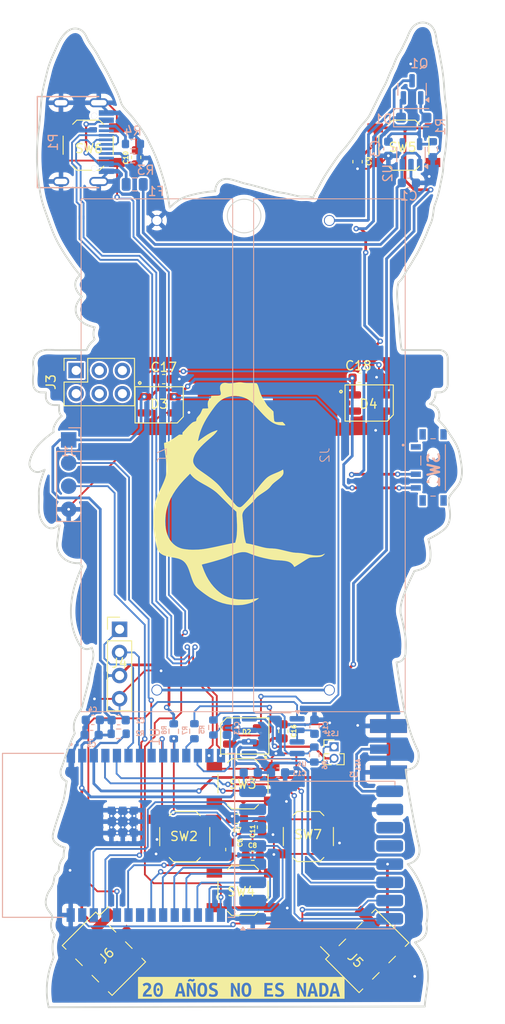
<source format=kicad_pcb>
(kicad_pcb (version 20240108) (generator "pcbnew") (generator_version "8.0")
  (layers (0 "F.Cu" signal) (31 "B.Cu" signal) (34 "B.Paste" user) (35 "F.Paste" user) (36 "B.SilkS" user "B.Silkscreen") (37 "F.SilkS" user "F.Silkscreen") (38 "B.Mask" user) (39 "F.Mask" user) (44 "Edge.Cuts" user))
  (net 0 "")
  (net 1 "GND")
  (net 2 "Net-(AE1-A)")
  (net 3 "VBUS")
  (net 4 "Net-(D1-A)")
  (net 5 "/UP")
  (net 6 "/DOWN")
  (net 7 "/EN")
  (net 8 "/BOOT")
  (net 9 "Net-(C13-Pad2)")
  (net 10 "/IO11")
  (net 11 "Net-(U4-+IN)")
  (net 12 "Net-(D1-K)")
  (net 13 "Net-(D2-DOUT)")
  (net 14 "Net-(D2-DIN)")
  (net 15 "Net-(D3-DOUT)")
  (net 17 "Net-(F1-Pad1)")
  (net 18 "/RX")
  (net 19 "/TX")
  (net 20 "+BATT")
  (net 21 "Net-(J2-Pin_1)")
  (net 23 "/SCL")
  (net 24 "/SDA")
  (net 26 "/D-")
  (net 27 "/D+")
  (net 28 "Net-(P1-CC)")
  (net 29 "Net-(P1-VCONN)")
  (net 30 "Net-(U4--IN)")
  (net 31 "Net-(U4-VO+)")
  (net 32 "/PIN")
  (net 33 "/VOUT")
  (net 35 "/DIO0")
  (net 37 "/RFM_RST")
  (net 38 "/SCK")
  (net 39 "/CS")
  (net 40 "/DIO5")
  (net 41 "/DIO2")
  (net 43 "/DIO1")
  (net 44 "Net-(U4-VO-)")
  (net 45 "/SD")
  (net 46 "/CIPO")
  (net 47 "/COPI")
  (net 48 "/LEFT")
  (net 49 "/RIGHT")
  (footprint "Button_Switch_SMD:SW_SPST_TL3342" (layer "F.Cu") (at 203.3 113.7)
    (property "Reference" "SW3")
    (property "Value" "UP")
  )
  (footprint "Connector_PinSocket_2.54mm:PinSocket_2x03_P2.54mm_Vertical" (layer "F.Cu") (at 184.97 68.33 90)
    (property "Reference" "J3")
    (property "Value" "Lentes")
  )
  (footprint "Eko2024:Display OLED 128 x32" (layer "F.Cu") (at 189.74 96.74)
    (property "Reference" "J4")
    (property "Value" "OLED")
  )
  (footprint "Button_Switch_SMD:SW_SPST_TL3342" (layer "F.Cu") (at 203.3 125.4 180)
    (property "Reference" "SW4")
    (property "Value" "DOWN")
  )
  (footprint "Capacitor_SMD:C_0603_1608Metric" (layer "F.Cu") (at 194.59 69.28 180)
    (property "Reference" "C17")
    (property "Value" ".1uF")
  )
  (footprint "Button_Switch_SMD:SW_SPST_TL3342" (layer "F.Cu") (at 186.29 43.6)
    (property "Reference" "SW6")
    (property "Value" "BOOT")
  )
  (footprint "Connector_PinSocket_2.54mm:PinSocket_2x03_P2.54mm_Vertical_SMD" (layer "F.Cu") (at 216.948091 132.048091 135)
    (property "Reference" "J5")
    (property "Value" "Add-On")
  )
  (footprint "Capacitor_SMD:C_0603_1608Metric" (layer "F.Cu") (at 204.37 121.6)
    (property "Reference" "C8")
    (property "Value" ".1uF")
  )
  (footprint "LED_SMD:LED_WS2812B-Mini_PLCC4_3.5x3.5mm" (layer "F.Cu") (at 203.49 108.45 180)
    (property "Reference" "D2")
    (property "Value" "WS2812B")
  )
  (footprint "Button_Switch_SMD:SW_SPST_TL3342" (layer "F.Cu") (at 210.48 119.49 180)
    (property "Reference" "SW7")
    (property "Value" "RIGTH")
  )
  (footprint "Capacitor_SMD:C_0603_1608Metric" (layer "F.Cu") (at 215.88 45.41 90)
    (property "Reference" "C9")
    (property "Value" ".1uF")
  )
  (footprint "Capacitor_SMD:C_0603_1608Metric" (layer "F.Cu") (at 216.11 69.14 180)
    (property "Reference" "C18")
    (property "Value" ".1uF")
  )
  (footprint "Capacitor_SMD:C_0603_1608Metric" (layer "F.Cu") (at 201.91 120.92 90)
    (property "Reference" "C6")
    (property "Value" ".1uF")
  )
  (footprint "Button_Switch_SMD:SW_SPST_TL3342" (layer "F.Cu") (at 196.9 119.5 180)
    (property "Reference" "SW2")
    (property "Value" "LEFT")
  )
  (footprint "Capacitor_SMD:C_0603_1608Metric" (layer "F.Cu") (at 191.56 44.93 -90)
    (property "Reference" "C10")
    (property "Value" ".1uF")
  )
  (footprint "Connector_PinSocket_2.54mm:PinSocket_2x03_P2.54mm_Vertical_SMD" (layer "F.Cu") (at 188.02 132.354645 45)
    (property "Reference" "J6")
    (property "Value" "Add-On")
  )
  (footprint "LED_SMD:LED_WS2812B-Mini_PLCC4_3.5x3.5mm" (layer "F.Cu") (at 217.16 71.9)
    (property "Reference" "D4")
    (property "Value" "WS2812B")
  )
  (footprint "Capacitor_SMD:C_0603_1608Metric" (layer "F.Cu") (at 202.63 117.54)
    (property "Reference" "C7")
    (property "Value" ".1uF")
  )
  (footprint "Capacitor_SMD:C_0603_1608Metric" (layer "F.Cu") (at 205.39 118.47 90)
    (property "Reference" "C11")
    (property "Value" ".1uF")
  )
  (footprint "kibuzzard-66BD383E" (layer "F.Cu") (at 203.11 136.1)
    (property "Reference" "kibuzzard-66BD383E" (hide yes))
    (property "Value" "G***" (hide yes))
  )
  (footprint "Eko2024:llama mask flaca" (layer "F.Cu") (at 203.65 80.02)
    (property "Reference" "Ref**" (hide yes))
    (property "Value" "Val**" (hide yes))
  )
  (footprint "LED_SMD:LED_WS2812B-Mini_PLCC4_3.5x3.5mm" (layer "F.Cu") (at 194.09 72.1)
    (property "Reference" "D3")
    (property "Value" "WS2812B")
  )
  (footprint "Connector_PinHeader_1.27mm:PinHeader_1x02_P1.27mm_Vertical" (layer "F.Cu") (at 213.3 109.64)
    (property "Reference" "LS1")
    (property "Value" "931-SPKM.20.8.A-ND")
  )
  (footprint "Capacitor_SMD:C_0603_1608Metric" (layer "F.Cu") (at 207.73 107.945 -90)
    (property "Reference" "C16")
    (property "Value" ".1uF")
  )
  (footprint "Button_Switch_SMD:SW_SPST_TL3342" (layer "F.Cu") (at 220.97 43.6 180)
    (property "Reference" "SW5")
    (property "Value" "RESET")
  )
  (footprint "Eko2024:llama intermedia" (layer "F.Cu") (at 203.7 80.06)
    (property "Reference" "Ref**" (hide yes))
    (property "Value" "Val**" (hide yes))
  )
  (footprint "Eko2024:C393939" (layer "B.Cu") (at 187.4575 43.26 90)
    (property "Reference" "P1")
    (property "Value" "USB_C_Plug_USB2.0" (hide yes))
  )
  (footprint "Resistor_SMD:R_0603_1608Metric" (layer "B.Cu") (at 197.96 107.93 90)
    (property "Reference" "R7")
    (property "Value" "470")
  )
  (footprint "Capacitor_SMD:C_0603_1608Metric" (layer "B.Cu") (at 186.8 106.69 180)
    (property "Reference" "C4")
    (property "Value" "10uF")
  )
  (footprint "Capacitor_SMD:C_0603_1608Metric" (layer "B.Cu") (at 211.15 107.44 -90)
    (property "Reference" "C14")
    (property "Value" ".1uF")
  )
  (footprint "Capacitor_SMD:C_0603_1608Metric" (layer "B.Cu") (at 221.52 47.735)
    (property "Reference" "C1")
    (property "Value" "10uF")
  )
  (footprint "Eko2024:BH-AA-A1AJ020" (layer "B.Cu") (at 193.84 77.635 90)
    (property "Reference" "J7")
    (property "Value" "Battery")
  )
  (footprint "Resistor_SMD:R_0603_1608Metric" (layer "B.Cu") (at 191.17 45.01 180)
    (property "Reference" "R3")
    (property "Value" "5k1")
  )
  (footprint "Capacitor_SMD:C_0603_1608Metric" (layer "B.Cu") (at 189.64 106.71)
    (property "Reference" "C2")
    (property "Value" "1uF")
  )
  (footprint "Eko2024:MSK12C02" (layer "B.Cu") (at 224.18 78.97 -90)
    (property "Reference" "SW1")
    (property "Value" "ON" (hide yes))
  )
  (footprint "Capacitor_SMD:C_0603_1608Metric" (layer "B.Cu") (at 219.27 43.985 -90)
    (property "Reference" "C3")
    (property "Value" "10uF")
  )
  (footprint "Resistor_SMD:R_0603_1608Metric" (layer "B.Cu") (at 191.21 43.465 180)
    (property "Reference" "R4")
    (property "Value" "5k1")
  )
  (footprint "Eko2024:BH-AA-A1AJ020" (layer "B.Cu") (at 212.79 77.635 -90)
    (property "Reference" "J2")
    (property "Value" "Battery")
  )
  (footprint "Resistor_SMD:R_0603_1608Metric" (layer "B.Cu") (at 200.05 107.52 90)
    (property "Reference" "R5")
    (property "Value" "47K")
  )
  (footprint "Capacitor_SMD:C_0603_1608Metric" (layer "B.Cu") (at 201.54 107.56 90)
    (property "Reference" "C13")
    (property "Value" ".22uF")
  )
  (footprint "Diode_SMD:D_SOD-123F" (layer "B.Cu") (at 222.05 40.58)
    (property "Reference" "D1")
    (property "Value" "MBR120")
  )
  (footprint "Fuse:Fuse_0805_2012Metric" (layer "B.Cu") (at 191.4 47.9)
    (property "Reference" "F1")
    (property "Value" "0.75A")
  )
  (footprint "Resistor_SMD:R_0603_1608Metric" (layer "B.Cu") (at 211.13 110.49 -90)
    (property "Reference" "R6")
    (property "Value" "22K")
  )
  (footprint "Resistor_SMD:R_0603_1608Metric" (layer "B.Cu") (at 189.64 108.21 180)
    (property "Reference" "R2")
    (property "Value" "10K")
  )
  (footprint "Package_TO_SOT_SMD:SOT-23-5" (layer "B.Cu") (at 221.75 44.6225 90)
    (property "Reference" "U2")
    (property "Value" "XC6220B331MR-G")
  )
  (footprint "Capacitor_SMD:C_0603_1608Metric" (layer "B.Cu") (at 207.15 112.47)
    (property "Reference" "C15")
    (property "Value" "1uF")
  )
  (footprint "Connector_PinHeader_2.54mm:PinHeader_1x04_P2.54mm_Vertical" (layer "B.Cu") (at 184.15 75.95 180)
    (property "Reference" "J1")
    (property "Value" "UART")
  )
  (footprint "Capacitor_SMD:C_0603_1608Metric" (layer "B.Cu") (at 186.67 108.35 180)
    (property "Reference" "C5")
    (property "Value" "10uF")
  )
  (footprint "Resistor_SMD:R_0603_1608Metric" (layer "B.Cu") (at 224.14 44.04 -90)
    (property "Reference" "R1")
    (property "Value" "100K")
  )
  (footprint "bsides:XCVR_ESP32-C6-WROOM-1-N8" (layer "B.Cu") (at 189.63 119.36 -90)
    (property "Reference" "U1")
    (property "Value" "ESP32-C6-WROOM-1-N4")
  )
  (footprint "Capacitor_SMD:C_0603_1608Metric" (layer "B.Cu") (at 204.15 112.47 180)
    (property "Reference" "C12" (hide yes))
    (property "Value" ".1uF")
  )
  (footprint "RF_Module:HOPERF_RFM9XW_SMD" (layer "B.Cu") (at 211.89 121.52)
    (property "Reference" "U3")
    (property "Value" "RFM95W-868S2")
  )
  (footprint "Eko2024:SMA_EDGE" (layer "B.Cu") (at 221.312 109.9 180)
    (property "Reference" "AE1")
    (property "Value" "Antenna_Shield")
  )
  (footprint "Package_SO:SOP-8_3.9x4.9mm_P1.27mm" (layer "B.Cu") (at 206.615 108.47 180)
    (property "Reference" "U4")
    (property "Value" "TPA321")
  )
  (footprint "Resistor_SMD:R_0603_1608Metric" (layer "B.Cu") (at 195.69 107.94 90)
    (property "Reference" "R8")
    (property "Value" "3.3K")
  )
  (footprint "Package_TO_SOT_SMD:SOT-23" (layer "B.Cu") (at 221.87 37.46 90)
    (property "Reference" "Q1")
    (property "Value" "DMG3415U-7")
  )
  (gr_curve (pts (xy 197.151912 49.203011) (xy 196.379517 49.435981) (xy 195.865513 49.890225) (xy 195.452553 50.255187)) (stroke (width 0.2)) (layer "Edge.Cuts"))
  (gr_curve (pts (xy 183.381172 73.338904) (xy 182.866533 73.720339) (xy 182.635877 74.261698) (xy 182.542556 74.482498)) (stroke (width 0.2)) (layer "Edge.Cuts"))
  (gr_curve (pts (xy 220.749965 66.013769) (xy 220.745356 66.008313) (xy 220.740678 66.002922) (xy 220.736 65.997498)) (stroke (width 0.2)) (layer "Edge.Cuts"))
  (gr_curve (pts (xy 186.619197 100.940047) (xy 186.52083 101.368429) (xy 186.41914 101.811459) (xy 186.371075 102.203028)) (stroke (width 0.2)) (layer "Edge.Cuts"))
  (gr_curve (pts (xy 227.153663 77.853014) (xy 227.131762 77.738309) (xy 227.111019 77.629603) (xy 227.093664 77.52866)) (stroke (width 0.2)) (layer "Edge.Cuts"))
  (gr_curve (pts (xy 194.864621 48.444615) (xy 194.640465 47.565242) (xy 194.365566 46.663261) (xy 193.999248 45.605288)) (stroke (width 0.2)) (layer "Edge.Cuts"))
  (gr_curve (pts (xy 224.965112 34.010439) (xy 224.872168 33.472233) (xy 224.776038 32.915689) (xy 224.631843 32.48185)) (stroke (width 0.2)) (layer "Edge.Cuts"))
  (gr_curve (pts (xy 223.662337 86.849948) (xy 223.681048 86.840254) (xy 223.699691 86.830695) (xy 223.718266 86.821136)) (stroke (width 0.2)) (layer "Edge.Cuts"))
  (gr_curve (pts (xy 200.24797 48.653145) (xy 199.235825 48.709311) (xy 198.157616 48.899673) (xy 197.151912 49.203011)) (stroke (width 0.2)) (layer "Edge.Cuts"))
  (gr_curve (pts (xy 183.096083 72.681891) (xy 183.096083 72.941189) (xy 183.20606 73.174286) (xy 183.381172 73.338904)) (stroke (width 0.2)) (layer "Edge.Cuts"))
  (gr_curve (pts (xy 225.565348 39.018453) (xy 225.471862 38.416624) (xy 225.424135 37.692395) (xy 225.382037 37.053415)) (stroke (width 0.2)) (layer "Edge.Cuts"))
  (gr_curve (pts (xy 183.533682 121.834023) (xy 183.31844 122.105128) (xy 183.08703 122.451074) (xy 183.06598 123.127507)) (stroke (width 0.2)) (layer "Edge.Cuts"))
  (gr_curve (pts (xy 184.459289 93.670097) (xy 184.238862 95.499757) (xy 184.548369 97.12095) (xy 185.37927 98.488664)) (stroke (width 0.2)) (layer "Edge.Cuts"))
  (gr_curve (pts (xy 184.828522 108.16661) (xy 184.517387 108.651063) (xy 184.176221 109.609173) (xy 183.736517 110.888085)) (stroke (width 0.2)) (layer "Edge.Cuts"))
  (gr_curve (pts (xy 205.149787 48.225373) (xy 204.69022 48.094092) (xy 204.214994 47.958337) (xy 203.691092 47.848073)) (stroke (width 0.2)) (layer "Edge.Cuts"))
  (gr_curve (pts (xy 220.474931 63.414835) (xy 220.445441 62.919305) (xy 220.414934 62.406893) (xy 220.370869 61.910922)) (stroke (width 0.2)) (layer "Edge.Cuts"))
  (gr_line (start 186.150547 98.922537) (end 186.15163 98.922537) (stroke (width 0.2)) (layer "Edge.Cuts"))
  (gr_curve (pts (xy 183.24387 66.093279) (xy 183.039949 66.093279) (xy 182.86274 66.09135) (xy 182.702139 66.087316)) (stroke (width 0.2)) (layer "Edge.Cuts"))
  (gr_curve (pts (xy 183.932642 113.430984) (xy 183.885187 113.698701) (xy 183.844443 113.982614) (xy 183.804412 114.261445)) (stroke (width 0.2)) (layer "Edge.Cuts"))
  (gr_curve (pts (xy 224.358299 50.175738) (xy 224.568863 49.615737) (xy 224.803154 48.934149) (xy 224.943959 48.125823)) (stroke (width 0.2)) (layer "Edge.Cuts"))
  (gr_curve (pts (xy 209.949848 49.231179) (xy 209.873853 49.235448) (xy 209.802128 49.239449) (xy 209.732098 49.239449)) (stroke (width 0.2)) (layer "Edge.Cuts"))
  (gr_curve (pts (xy 224.56283 32.062383) (xy 224.523578 31.758027) (xy 224.479174 31.413064) (xy 224.358706 31.096743)) (stroke (width 0.2)) (layer "Edge.Cuts"))
  (gr_curve (pts (xy 201.788965 47.317121) (xy 201.693513 47.297834) (xy 201.598061 47.288071) (xy 201.505253 47.288071)) (stroke (width 0.2)) (layer "Edge.Cuts"))
  (gr_curve (pts (xy 182.595363 85.599988) (xy 182.731965 85.545822) (xy 182.850738 85.460403) (xy 182.943987 85.353155)) (stroke (width 0.2)) (layer "Edge.Cuts"))
  (gr_curve (pts (xy 223.70369 87.046818) (xy 223.68959 86.980314) (xy 223.675692 86.91469) (xy 223.662337 86.849948)) (stroke (width 0.2)) (layer "Edge.Cuts"))
  (gr_curve (pts (xy 185.36666 89.477189) (xy 185.444656 89.601047) (xy 185.535939 89.72097) (xy 185.639899 89.835811)) (stroke (width 0.2)) (layer "Edge.Cuts"))
  (gr_curve (pts (xy 225.878542 82.521183) (xy 225.903151 82.220387) (xy 226.129306 81.934336) (xy 226.496273 81.492599)) (stroke (width 0.2)) (layer "Edge.Cuts"))
  (gr_curve (pts (xy 184.514543 56.741658) (xy 184.791578 57.137093) (xy 185.078307 57.479039) (xy 185.355579 57.809697)) (stroke (width 0.2)) (layer "Edge.Cuts"))
  (gr_curve (pts (xy 182.503338 75.072261) (xy 181.427434 75.847335) (xy 180.159881 76.819244) (xy 179.85 78.41)) (stroke (width 0.2)) (layer "Edge.Cuts"))
  (gr_curve (pts (xy 220.810839 66.087019) (xy 220.788336 66.059089) (xy 220.76757 66.034522) (xy 220.749965 66.013769)) (stroke (width 0.2)) (layer "Edge.Cuts"))
  (gr_curve (pts (xy 181.491159 79.283542) (xy 181.181143 80.085529) (xy 180.795335 81.08364) (xy 180.877432 82.124529)) (stroke (width 0.2)) (layer "Edge.Cuts"))
  (gr_curve (pts (xy 210.226578 49.221214) (xy 210.127398 49.221214) (xy 210.037165 49.226295) (xy 209.949848 49.231179)) (stroke (width 0.2)) (layer "Edge.Cuts"))
  (gr_curve (pts (xy 183.363217 111.929443) (xy 183.149094 112.429757) (xy 183.292069 112.801597) (xy 183.396368 112.978742)) (stroke (width 0.2)) (layer "Edge.Cuts"))
  (gr_curve (pts (xy 181.720163 51.252722) (xy 181.784396 51.430373) (xy 181.848901 51.60877) (xy 181.911915 51.790081)) (stroke (width 0.2)) (layer "Edge.Cuts"))
  (gr_curve (pts (xy 182.5 132.77) (xy 182.24 131.68) (xy 182.41 130.82) (xy 182.621166 130.281402)) (stroke (width 0.2)) (layer "Edge.Cuts"))
  (gr_curve (pts (xy 185.055798 62.28737) (xy 185.431539 63.120271) (xy 186.266169 63.43127) (xy 187.010498 63.591396)) (stroke (width 0.2)) (layer "Edge.Cuts"))
  (gr_curve (pts (xy 208.65711 49.04041) (xy 208.290419 48.950517) (xy 207.911255 48.857573) (xy 207.506871 48.80717)) (stroke (width 0.2)) (layer "Edge.Cuts"))
  (gr_curve (pts (xy 225.07297 34.608302) (xy 225.037243 34.428109) (xy 225.002194 34.225239) (xy 224.965112 34.010439)) (stroke (width 0.2)) (layer "Edge.Cuts"))
  (gr_curve (pts (xy 225.835633 75.055685) (xy 225.520468 74.567916) (xy 225.162387 74.144856) (xy 224.76519 73.790097)) (stroke (width 0.2)) (layer "Edge.Cuts"))
  (gr_curve (pts (xy 180.55972 66.587457) (xy 180.368748 66.811512) (xy 180.161981 67.20837) (xy 180.261297 67.826775)) (stroke (width 0.2)) (layer "Edge.Cuts"))
  (gr_curve (pts (xy 191.555288 41.045655) (xy 191.469903 40.934) (xy 191.384077 40.821803) (xy 191.298557 40.708149)) (stroke (width 0.2)) (layer "Edge.Cuts"))
  (gr_curve (pts (xy 185.409101 57.873524) (xy 185.236332 58.003787) (xy 185.08512 58.169609) (xy 184.984381 58.384308)) (stroke (width 0.2)) (layer "Edge.Cuts"))
  (gr_curve (pts (xy 182.436459 66.075622) (xy 182.288535 66.067859) (xy 182.135595 66.059826) (xy 181.978485 66.059826)) (stroke (width 0.2)) (layer "Edge.Cuts"))
  (gr_curve (pts (xy 179.85 78.41) (xy 179.786614 78.735404) (xy 179.906743 79.069317) (xy 180.16283 79.27978)) (stroke (width 0.2)) (layer "Edge.Cuts"))
  (gr_curve (pts (xy 218.902684 36.937419) (xy 218.573347 37.550298) (xy 218.297431 38.083148) (xy 218.059885 38.565222)) (stroke (width 0.2)) (layer "Edge.Cuts"))
  (gr_curve (pts (xy 213.298739 45.433773) (xy 213.25264 45.500684) (xy 213.20688 45.567053) (xy 213.161323 45.632643)) (stroke (width 0.2)) (layer "Edge.Cuts"))
  (gr_curve (pts (xy 184.553929 66.084907) (xy 184.334044 66.084907) (xy 184.112057 66.087011) (xy 183.890103 66.089142)) (stroke (width 0.2)) (layer "Edge.Cuts"))
  (gr_curve (pts (xy 183.804412 114.261445) (xy 183.746584 114.664676) (xy 183.686758 115.081604) (xy 183.61666 115.367009)) (stroke (width 0.2)) (layer "Edge.Cuts"))
  (gr_curve (pts (xy 189.040993 36.892539) (xy 188.935033 36.681263) (xy 188.82548 36.462768) (xy 188.723587 36.246848)) (stroke (width 0.2)) (layer "Edge.Cuts"))
  (gr_curve (pts (xy 185.634441 105.198717) (xy 185.596138 105.3785) (xy 185.45784 105.592861) (xy 185.311477 105.819836)) (stroke (width 0.2)) (layer "Edge.Cuts"))
  (gr_curve (pts (xy 222.332993 55.659657) (xy 222.561861 55.280119) (xy 222.738189 54.898989) (xy 222.908688 54.5304)) (stroke (width 0.2)) (layer "Edge.Cuts"))
  (gr_curve (pts (xy 220.617699 95.023441) (xy 220.454522 93.882966) (xy 221.148312 92.409963) (xy 221.950639 90.706605)) (stroke (width 0.2)) (layer "Edge.Cuts"))
  (gr_curve (pts (xy 190.673678 39.988868) (xy 190.313089 39.604077) (xy 190.00165 39.271757) (xy 189.884571 38.874763)) (stroke (width 0.2)) (layer "Edge.Cuts"))
  (gr_curve (pts (xy 209.532991 49.226162) (xy 209.254296 49.186842) (xy 208.964211 49.115694) (xy 208.65711 49.04041)) (stroke (width 0.2)) (layer "Edge.Cuts"))
  (gr_curve (pts (xy 218.059885 38.565222) (xy 217.730684 39.230539) (xy 217.475377 39.749493) (xy 217.256407 40.198551)) (stroke (width 0.2)) (layer "Edge.Cuts"))
  (gr_curve (pts (xy 225.320749 85.836922) (xy 226.248285 85.112558) (xy 226.067412 83.956523) (xy 225.947829 83.191551)) (stroke (width 0.2)) (layer "Edge.Cuts"))
  (gr_curve (pts (xy 221.166413 112.140576) (xy 221.193327 112.141686) (xy 221.220918 112.142242) (xy 221.24912 112.142242)) (stroke (width 0.2)) (layer "Edge.Cuts"))
  (gr_curve (pts (xy 185.931372 104.04292) (xy 185.811616 104.482826) (xy 185.698505 104.898261) (xy 185.634441 105.198717)) (stroke (width 0.2)) (layer "Edge.Cuts"))
  (gr_curve (pts (xy 184.719002 107.250666) (xy 184.679208 107.668406) (xy 184.756933 107.968389) (xy 184.828522 108.16661)) (stroke (width 0.2)) (layer "Edge.Cuts"))
  (gr_curve (pts (xy 223.078834 130.641402) (xy 223.346751 130.372331) (xy 223.625176 129.879549) (xy 223.43 129.06)) (stroke (width 0.2)) (layer "Edge.Cuts"))
  (gr_curve (pts (xy 215.305809 42.850364) (xy 215.205543 42.979339) (xy 215.107786 43.108586) (xy 215.010504 43.237256)) (stroke (width 0.2)) (layer "Edge.Cuts"))
  (gr_curve (pts (xy 189.884571 38.874763) (xy 189.669906 38.146704) (xy 189.350196 37.509114) (xy 189.040993 36.892539)) (stroke (width 0.2)) (layer "Edge.Cuts"))
  (gr_curve (pts (xy 217.256407 40.198551) (xy 217.071332 40.57819) (xy 216.77657 40.906578) (xy 216.435302 41.286861)) (stroke (width 0.2)) (layer "Edge.Cuts"))
  (gr_curve (pts (xy 225.60582 43.490533) (xy 225.664257 42.833316) (xy 225.73049 42.088411) (xy 225.719647 41.428212)) (stroke (width 0.2)) (layer "Edge.Cuts"))
  (gr_curve (pts (xy 182.263146 85.663375) (xy 182.375173 85.663375) (xy 182.487912 85.642495) (xy 182.595363 85.599988)) (stroke (width 0.2)) (layer "Edge.Cuts"))
  (gr_curve (pts (xy 222.486744 110.006843) (xy 221.811393 108.656144) (xy 221.212648 106.723916) (xy 220.843788 104.704844)) (stroke (width 0.2)) (layer "Edge.Cuts"))
  (gr_curve (pts (xy 225.303803 45.903206) (xy 225.310107 45.559395) (xy 225.372613 45.190264) (xy 225.438779 44.799474)) (stroke (width 0.2)) (layer "Edge.Cuts"))
  (gr_curve (pts (xy 220.843788 104.704844) (xy 220.688882 103.803131) (xy 220.344563 101.719395) (xy 220.166268 100.37025)) (stroke (width 0.2)) (layer "Edge.Cuts"))
  (gr_curve (pts (xy 211.311668 48.674093) (xy 211.184286 48.867675) (xy 211.101307 49.089866) (xy 211.01338 49.325106)) (stroke (width 0.2)) (layer "Edge.Cuts"))
  (gr_curve (pts (xy 183.890103 66.089142) (xy 183.67398 66.091211) (xy 183.457857 66.093279) (xy 183.24387 66.093279)) (stroke (width 0.2)) (layer "Edge.Cuts"))
  (gr_curve (pts (xy 184.982548 59.432552) (xy 185.1402 59.791955) (xy 185.361475 60.037737) (xy 185.599495 60.212982)) (stroke (width 0.2)) (layer "Edge.Cuts"))
  (gr_curve (pts (xy 182.96324 85.353223) (xy 183.016356 85.353223) (xy 183.080216 85.35187) (xy 183.151805 85.345563)) (stroke (width 0.2)) (layer "Edge.Cuts"))
  (gr_curve (pts (xy 181.62 126.64) (xy 181.62 127.81) (xy 182.664377 127.960992) (xy 182.27 128.7)) (stroke (width 0.2)) (layer "Edge.Cuts"))
  (gr_curve (pts (xy 215.678126 42.306124) (xy 215.552031 42.501639) (xy 215.432852 42.686271) (xy 215.305809 42.850364)) (stroke (width 0.2)) (layer "Edge.Cuts"))
  (gr_curve (pts (xy 223.842036 71.992329) (xy 223.928623 71.941374) (xy 224.009081 71.881089) (xy 224.081433 71.808924)) (stroke (width 0.2)) (layer "Edge.Cuts"))
  (gr_curve (pts (xy 183.163534 116.789502) (xy 182.767082 117.976621) (xy 182.480421 118.854266) (xy 182.40229 119.338031)) (stroke (width 0.2)) (layer "Edge.Cuts"))
  (gr_curve (pts (xy 205.970079 48.455495) (xy 205.868864 48.427124) (xy 205.767311 48.398719) (xy 205.665351 48.37072)) (stroke (width 0.2)) (layer "Edge.Cuts"))
  (gr_curve (pts (xy 214.275767 44.149508) (xy 213.899382 44.561959) (xy 213.580282 45.025152) (xy 213.298739 45.433773)) (stroke (width 0.2)) (layer "Edge.Cuts"))
  (gr_curve (pts (xy 184.912993 66.087108) (xy 184.794186 66.085546) (xy 184.674329 66.084907) (xy 184.553929 66.084907)) (stroke (width 0.2)) (layer "Edge.Cuts"))
  (gr_curve (pts (xy 191.298557 40.708149) (xy 191.09823 40.441859) (xy 190.882378 40.211567) (xy 190.673678 39.988868)) (stroke (width 0.2)) (layer "Edge.Cuts"))
  (gr_curve (pts (xy 224.76519 73.790097) (xy 224.819289 73.646919) (xy 224.85393 73.499707) (xy 224.86654 73.356089)) (stroke (width 0.2)) (layer "Edge.Cuts"))
  (gr_curve (pts (xy 221.394264 122.524312) (xy 221.661232 122.448117) (xy 222.001076 122.335581) (xy 222.281263 122.054174)) (stroke (width 0.2)) (layer "Edge.Cuts"))
  (gr_curve (pts (xy 193.999248 45.605288) (xy 193.709028 44.768997) (xy 193.344506 44.024769) (xy 192.991984 43.305049)) (stroke (width 0.2)) (layer "Edge.Cuts"))
  (gr_curve (pts (xy 221.950639 90.706605) (xy 222.006568 90.587765) (xy 222.063039 90.467975) (xy 222.119646 90.34724)) (stroke (width 0.2)) (layer "Edge.Cuts"))
  (gr_curve (pts (xy 192.991984 43.305049) (xy 192.943376 43.205834) (xy 192.894905 43.106823) (xy 192.847043 43.00849)) (stroke (width 0.2)) (layer "Edge.Cuts"))
  (gr_curve (pts (xy 225.719647 41.428212) (xy 225.706221 40.608191) (xy 225.678224 39.748784) (xy 225.565348 39.018453)) (stroke (width 0.2)) (layer "Edge.Cuts"))
  (gr_curve (pts (xy 223.172537 53.975077) (xy 223.342493 53.636825) (xy 223.469672 53.306437) (xy 223.592716 52.986897)) (stroke (width 0.2)) (layer "Edge.Cuts"))
  (gr_curve (pts (xy 215.010504 43.237256) (xy 214.765094 43.561746) (xy 214.533311 43.868237) (xy 214.275767 44.149508)) (stroke (width 0.2)) (layer "Edge.Cuts"))
  (gr_curve (pts (xy 183.590356 121.657628) (xy 183.590425 121.721418) (xy 183.585476 121.756336) (xy 183.58273 121.770706)) (stroke (width 0.2)) (layer "Edge.Cuts"))
  (gr_curve (pts (xy 209.732098 49.239449) (xy 209.660374 49.239449) (xy 209.597123 49.23525) (xy 209.532991 49.226162)) (stroke (width 0.2)) (layer "Edge.Cuts"))
  (gr_curve (pts (xy 186.866809 99.619719) (xy 186.838912 99.982819) (xy 186.72719 100.46943) (xy 186.619197 100.940047)) (stroke (width 0.2)) (layer "Edge.Cuts"))
  (gr_curve (pts (xy 216.351917 41.379805) (xy 216.07756 41.68694) (xy 215.874521 42.001735) (xy 215.678126 42.306124)) (stroke (width 0.2)) (layer "Edge.Cuts"))
  (gr_curve (pts (xy 220.952125 32.571062) (xy 220.800811 32.892501) (xy 220.629296 33.256853) (xy 220.464763 33.488941)) (stroke (width 0.2)) (layer "Edge.Cuts"))
  (gr_curve (pts (xy 224.219188 50.911492) (xy 224.25444 50.629982) (xy 224.287794 50.3641) (xy 224.358299 50.175738)) (stroke (width 0.2)) (layer "Edge.Cuts"))
  (gr_curve (pts (xy 183.736517 110.888085) (xy 183.58395 111.33185) (xy 183.439856 111.751013) (xy 183.363217 111.929443)) (stroke (width 0.2)) (layer "Edge.Cuts"))
  (gr_curve (pts (xy 220.690647 65.885336) (xy 220.575128 65.099584) (xy 220.524216 64.243837) (xy 220.474931 63.414835)) (stroke (width 0.2)) (layer "Edge.Cuts"))
  (gr_line (start 223.26 138.15) (end 181.95 138.23) (stroke (width 0.2)) (layer "Edge.Cuts"))
  (gr_curve (pts (xy 186.098213 31.692265) (xy 185.745115 30.873973) (xy 185.120813 30.785605) (xy 184.868793 30.785605)) (stroke (width 0.2)) (layer "Edge.Cuts"))
  (gr_curve (pts (xy 183.151805 85.345563) (xy 183.07364 85.754149) (xy 183.022796 86.155414) (xy 182.97063 86.567391)) (stroke (width 0.2)) (layer "Edge.Cuts"))
  (gr_curve (pts (xy 180.875023 82.792931) (xy 180.84533 83.626815) (xy 180.804655 84.76885) (xy 181.708466 85.472877)) (stroke (width 0.2)) (layer "Edge.Cuts"))
  (gr_curve (pts (xy 225.370037 36.871391) (xy 225.323193 36.168924) (xy 225.209436 35.302194) (xy 225.07297 34.608302)) (stroke (width 0.2)) (layer "Edge.Cuts"))
  (gr_curve (pts (xy 184.984381 58.384308) (xy 184.830627 58.71195) (xy 184.829915 59.084098) (xy 184.982548 59.432552)) (stroke (width 0.2)) (layer "Edge.Cuts"))
  (gr_line (start 224.886742 66.087019) (end 220.810839 66.087019) (stroke (width 0.2)) (layer "Edge.Cuts"))
  (gr_curve (pts (xy 224.358706 31.096743) (xy 224.047741 30.27991) (xy 223.407033 30.149816) (xy 223.146912 30.131884)) (stroke (width 0.2)) (layer "Edge.Cuts"))
  (gr_curve (pts (xy 180.261297 67.826775) (xy 180.318005 68.180077) (xy 180.293871 68.424265) (xy 180.263261 68.7334)) (stroke (width 0.2)) (layer "Edge.Cuts"))
  (gr_curve (pts (xy 213.161323 45.632643) (xy 212.938896 45.952794) (xy 212.514039 46.575673) (xy 212.168499 47.149301)) (stroke (width 0.2)) (layer "Edge.Cuts"))
  (gr_curve (pts (xy 203.691092 47.848073) (xy 203.409278 47.789059) (xy 203.148615 47.705098) (xy 202.872665 47.616222)) (stroke (width 0.2)) (layer "Edge.Cuts"))
  (gr_curve (pts (xy 182.683426 120.147139) (xy 183.007068 120.443797) (xy 183.355014 120.627516) (xy 183.721332 120.695714)) (stroke (width 0.2)) (layer "Edge.Cuts"))
  (gr_curve (pts (xy 180.735948 79.485021) (xy 180.850925 79.485021) (xy 180.966681 79.463056) (xy 181.076776 79.418144)) (stroke (width 0.2)) (layer "Edge.Cuts"))
  (gr_curve (pts (xy 182.645262 33.220107) (xy 182.339178 33.89478) (xy 181.992215 34.659448) (xy 181.800463 35.47357)) (stroke (width 0.2)) (layer "Edge.Cuts"))
  (gr_curve (pts (xy 185.136606 89.487359) (xy 185.213822 89.487359) (xy 185.290563 89.483957) (xy 185.36666 89.477189)) (stroke (width 0.2)) (layer "Edge.Cuts"))
  (gr_curve (pts (xy 222.230148 90.321749) (xy 222.632091 90.230025) (xy 223.132266 90.115864) (xy 223.552716 89.730529)) (stroke (width 0.2)) (layer "Edge.Cuts"))
  (gr_curve (pts (xy 181.800463 35.47357) (xy 181.751517 35.681422) (xy 181.698605 35.893512) (xy 181.644879 36.108991)) (stroke (width 0.2)) (layer "Edge.Cuts"))
  (gr_curve (pts (xy 181.911915 51.790081) (xy 182.227931 52.698604) (xy 182.55303 53.587434) (xy 183.053136 54.472671)) (stroke (width 0.2)) (layer "Edge.Cuts"))
  (gr_curve (pts (xy 183.354303 88.7215) (xy 183.778481 89.208257) (xy 184.428105 89.487359) (xy 185.136606 89.487359)) (stroke (width 0.2)) (layer "Edge.Cuts"))
  (gr_curve (pts (xy 222.281263 122.054174) (xy 222.54918 121.785103) (xy 222.827605 121.292321) (xy 222.632429 120.472772)) (stroke (width 0.2)) (layer "Edge.Cuts"))
  (gr_curve (pts (xy 187.010498 63.591396) (xy 186.871184 63.976052) (xy 186.785392 64.424501) (xy 186.986703 64.879931)) (stroke (width 0.2)) (layer "Edge.Cuts"))
  (gr_curve (pts (xy 181.156941 38.575119) (xy 181.115079 38.987637) (xy 181.083929 39.437137) (xy 181.053761 39.871823)) (stroke (width 0.2)) (layer "Edge.Cuts"))
  (gr_curve (pts (xy 186.067976 66.087747) (xy 185.853684 66.088969) (xy 185.639391 66.09019) (xy 185.426251 66.09019)) (stroke (width 0.2)) (layer "Edge.Cuts"))
  (gr_curve (pts (xy 181.638269 71.224077) (xy 181.638269 71.722489) (xy 182.042313 72.126533) (xy 182.540725 72.126533)) (stroke (width 0.2)) (layer "Edge.Cuts"))
  (gr_curve (pts (xy 211.000025 49.360901) (xy 210.757056 49.26572) (xy 210.505341 49.221214) (xy 210.226578 49.221214)) (stroke (width 0.2)) (layer "Edge.Cuts"))
  (gr_curve (pts (xy 222.119646 90.34724) (xy 222.156118 90.338625) (xy 222.193269 90.330156) (xy 222.230148 90.321749)) (stroke (width 0.2)) (layer "Edge.Cuts"))
  (gr_curve (pts (xy 186.15163 98.922537) (xy 186.346466 98.922537) (xy 186.532455 98.859289) (xy 186.684684 98.747496)) (stroke (width 0.2)) (layer "Edge.Cuts"))
  (gr_curve (pts (xy 182.542556 74.482498) (xy 182.460527 74.676453) (xy 182.451511 74.88339) (xy 182.503338 75.072261)) (stroke (width 0.2)) (layer "Edge.Cuts"))
  (gr_curve (pts (xy 187.435865 33.890341) (xy 187.213539 33.451722) (xy 186.970469 33.105403) (xy 186.756006 32.799861)) (stroke (width 0.2)) (layer "Edge.Cuts"))
  (gr_curve (pts (xy 211.01338 49.325106) (xy 211.009173 49.336461) (xy 211.004702 49.348427) (xy 211.000025 49.360901)) (stroke (width 0.2)) (layer "Edge.Cuts"))
  (gr_curve (pts (xy 211.752863 47.894884) (xy 211.596126 48.186359) (xy 211.434034 48.487765) (xy 211.311668 48.674093)) (stroke (width 0.2)) (layer "Edge.Cuts"))
  (gr_curve (pts (xy 181.95 138.23) (xy 181.54 136.51) (xy 181.73 134.57) (xy 182.5 132.77)) (stroke (width 0.2)) (layer "Edge.Cuts"))
  (gr_curve (pts (xy 186.371075 102.203028) (xy 186.320875 102.612153) (xy 186.104888 103.405467) (xy 185.931372 104.04292)) (stroke (width 0.2)) (layer "Edge.Cuts"))
  (gr_curve (pts (xy 222.072669 56.098547) (xy 222.157478 55.954148) (xy 222.243032 55.808293) (xy 222.332993 55.659657)) (stroke (width 0.2)) (layer "Edge.Cuts"))
  (gr_curve (pts (xy 183.61666 115.367009) (xy 183.554392 115.619197) (xy 183.355692 116.214145) (xy 183.163534 116.789502)) (stroke (width 0.2)) (layer "Edge.Cuts"))
  (gr_curve (pts (xy 185.311477 105.819836) (xy 185.073016 106.18951) (xy 184.776219 106.649547) (xy 184.719002 107.250666)) (stroke (width 0.2)) (layer "Edge.Cuts"))
  (gr_curve (pts (xy 183.053136 54.472671) (xy 183.542701 55.339366) (xy 184.023656 56.040343) (xy 184.514543 56.741658)) (stroke (width 0.2)) (layer "Edge.Cuts"))
  (gr_curve (pts (xy 182.702139 66.087316) (xy 182.616212 66.085178) (xy 182.526759 66.080367) (xy 182.436459 66.075622)) (stroke (width 0.2)) (layer "Edge.Cuts"))
  (gr_curve (pts (xy 221.24912 112.142242) (xy 221.773564 112.142242) (xy 222.086495 111.91331) (xy 222.256723 111.721253)) (stroke (width 0.2)) (layer "Edge.Cuts"))
  (gr_curve (pts (xy 195.246565 50.434635) (xy 195.138775 49.755318) (xy 195.022748 49.067189) (xy 194.864621 48.444615)) (stroke (width 0.2)) (layer "Edge.Cuts"))
  (gr_curve (pts (xy 223.718266 86.821136) (xy 224.233558 86.555931) (xy 224.720309 86.305369) (xy 225.320749 85.836922)) (stroke (width 0.2)) (layer "Edge.Cuts"))
  (gr_curve (pts (xy 224.943959 48.125823) (xy 224.977245 47.936139) (xy 225.019887 47.740014) (xy 225.065105 47.5324)) (stroke (width 0.2)) (layer "Edge.Cuts"))
  (gr_curve (pts (xy 221.161465 99.10802) (xy 221.290067 97.927135) (xy 221.045064 96.870248) (xy 220.737015 95.541305)) (stroke (width 0.2)) (layer "Edge.Cuts"))
  (gr_curve (pts (xy 188.004138 34.915536) (xy 187.815776 34.59108) (xy 187.621008 34.25554) (xy 187.435865 33.890341)) (stroke (width 0.2)) (layer "Edge.Cuts"))
  (gr_curve (pts (xy 182.621166 130.281402) (xy 182.353249 130.012331) (xy 182.074824 129.519549) (xy 182.27 128.7)) (stroke (width 0.2)) (layer "Edge.Cuts"))
  (gr_line (start 183.096083 72.126533) (end 183.096083 72.681891) (stroke (width 0.2)) (layer "Edge.Cuts"))
  (gr_curve (pts (xy 186.995584 64.899557) (xy 186.918402 64.991891) (xy 186.843627 65.075852) (xy 186.796104 65.112697)) (stroke (width 0.2)) (layer "Edge.Cuts"))
  (gr_curve (pts (xy 181.978485 66.059826) (xy 181.713416 66.059826) (xy 181.009355 66.059826) (xy 180.55972 66.587457)) (stroke (width 0.2)) (layer "Edge.Cuts"))
  (gr_curve (pts (xy 223.913781 72.010099) (xy 223.889643 72.004448) (xy 223.86606 71.99815) (xy 223.842036 71.992329)) (stroke (width 0.2)) (layer "Edge.Cuts"))
  (gr_circle (center 203.42 51.374519) (end 205.265481 51.374519) (stroke (width 0.1)) (fill none) (layer "Edge.Cuts"))
  (gr_curve (pts (xy 182.97063 86.567391) (xy 182.947445 86.750227) (xy 182.923514 86.939166) (xy 182.896295 87.136713)) (stroke (width 0.2)) (layer "Edge.Cuts"))
  (gr_curve (pts (xy 223.552716 89.730529) (xy 223.690335 89.604435) (xy 223.785448 89.438682) (xy 223.824971 89.256247)) (stroke (width 0.2)) (layer "Edge.Cuts"))
  (gr_line (start 182.540725 72.126533) (end 183.096083 72.126533) (stroke (width 0.2)) (layer "Edge.Cuts"))
  (gr_curve (pts (xy 207.506871 48.80717) (xy 206.998087 48.743241) (xy 206.498727 48.603453) (xy 205.970079 48.455495)) (stroke (width 0.2)) (layer "Edge.Cuts"))
  (gr_curve (pts (xy 182.88718 32.67902) (xy 182.811693 32.853281) (xy 182.73085 33.031441) (xy 182.645262 33.220107)) (stroke (width 0.2)) (layer "Edge.Cuts"))
  (gr_curve (pts (xy 183.396368 112.978742) (xy 183.538867 113.22076) (xy 183.73828 113.354518) (xy 183.932642 113.430984)) (stroke (width 0.2)) (layer "Edge.Cuts"))
  (gr_curve (pts (xy 223.899952 52.241177) (xy 224.10794 51.798525) (xy 224.167056 51.327264) (xy 224.219188 50.911492)) (stroke (width 0.2)) (layer "Edge.Cuts"))
  (gr_curve (pts (xy 222.256723 111.721253) (xy 222.643548 111.284735) (xy 222.623888 110.702193) (xy 222.575484 110.301946)) (stroke (width 0.2)) (layer "Edge.Cuts"))
  (gr_curve (pts (xy 223.04441 30.128288) (xy 221.983862 30.128288) (xy 221.581716 31.146399) (xy 221.36566 31.69335)) (stroke (width 0.2)) (layer "Edge.Cuts"))
  (gr_curve (pts (xy 223.146912 30.131884) (xy 223.112338 30.12944) (xy 223.078035 30.128288) (xy 223.04441 30.128288)) (stroke (width 0.2)) (layer "Edge.Cuts"))
  (gr_curve (pts (xy 185.599495 60.212982) (xy 185.187926 60.665735) (xy 184.651144 61.390337) (xy 185.055798 62.28737)) (stroke (width 0.2)) (layer "Edge.Cuts"))
  (gr_curve (pts (xy 180.16283 79.27978) (xy 180.327091 79.414788) (xy 180.5303 79.485021) (xy 180.735948 79.485021)) (stroke (width 0.2)) (layer "Edge.Cuts"))
  (gr_curve (pts (xy 221.373591 57.216245) (xy 221.63622 56.841826) (xy 221.858105 56.46395) (xy 222.072669 56.098547)) (stroke (width 0.2)) (layer "Edge.Cuts"))
  (gr_curve (pts (xy 226.912041 80.970867) (xy 227.575735 80.068004) (xy 227.331746 78.787943) (xy 227.153656 77.853285)) (stroke (width 0.2)) (layer "Edge.Cuts"))
  (gr_line (start 225.789198 69.835683) (end 225.789198 66.989475) (stroke (width 0.2)) (layer "Edge.Cuts"))
  (gr_curve (pts (xy 222.191835 131.11154) (xy 222.458803 131.035345) (xy 222.798647 130.922809) (xy 223.078834 130.641402)) (stroke (width 0.2)) (layer "Edge.Cuts"))
  (gr_curve (pts (xy 184.868793 30.785605) (xy 183.822448 30.785605) (xy 183.134657 32.109156) (xy 182.88718 32.67902)) (stroke (width 0.2)) (layer "Edge.Cuts"))
  (gr_curve (pts (xy 227.093664 77.52866) (xy 226.950285 76.698132) (xy 226.487054 76.017934) (xy 226.078269 75.4178)) (stroke (width 0.2)) (layer "Edge.Cuts"))
  (gr_curve (pts (xy 186.796104 65.112697) (xy 186.524335 65.322795) (xy 186.256669 65.684749) (xy 186.115952 66.087538)) (stroke (width 0.2)) (layer "Edge.Cuts"))
  (gr_curve (pts (xy 225.789198 66.989475) (xy 225.789198 66.491063) (xy 225.385154 66.087019) (xy 224.886742 66.087019)) (stroke (width 0.2)) (layer "Edge.Cuts"))
  (gr_curve (pts (xy 226.496273 81.492599) (xy 226.632537 81.328575) (xy 226.773473 81.158957) (xy 226.912041 80.970867)) (stroke (width 0.2)) (layer "Edge.Cuts"))
  (gr_curve (pts (xy 195.452553 50.255187) (xy 195.379371 50.319828) (xy 195.311273 50.379621) (xy 195.246565 50.434635)) (stroke (width 0.2)) (layer "Edge.Cuts"))
  (gr_curve (pts (xy 222.575484 110.301946) (xy 222.56301 110.19924) (xy 222.532979 110.09938) (xy 222.486744 110.006843)) (stroke (width 0.2)) (layer "Edge.Cuts"))
  (gr_curve (pts (xy 223.592716 52.986897) (xy 223.692439 52.727997) (xy 223.786535 52.483435) (xy 223.899952 52.241177)) (stroke (width 0.2)) (layer "Edge.Cuts"))
  (gr_curve (pts (xy 225.947829 83.191551) (xy 225.907698 82.935328) (xy 225.866275 82.670361) (xy 225.878542 82.521183)) (stroke (width 0.2)) (layer "Edge.Cuts"))
  (gr_curve (pts (xy 186.756006 32.799861) (xy 186.504835 32.442051) (xy 186.287931 32.133019) (xy 186.098213 31.692265)) (stroke (width 0.2)) (layer "Edge.Cuts"))
  (gr_curve (pts (xy 220.166268 100.37025) (xy 220.441845 100.361233) (xy 220.693627 100.245371) (xy 220.878498 100.041861)) (stroke (width 0.2)) (layer "Edge.Cuts"))
  (gr_curve (pts (xy 224.631843 32.48185) (xy 224.607302 32.408057) (xy 224.581609 32.208272) (xy 224.56283 32.062383)) (stroke (width 0.2)) (layer "Edge.Cuts"))
  (gr_curve (pts (xy 221.24465 31.979198) (xy 221.146893 32.157187) (xy 221.052255 32.358226) (xy 220.952125 32.571062)) (stroke (width 0.2)) (layer "Edge.Cuts"))
  (gr_curve (pts (xy 220.737015 95.541305) (xy 220.698508 95.375218) (xy 220.658511 95.202884) (xy 220.617699 95.023441)) (stroke (width 0.2)) (layer "Edge.Cuts"))
  (gr_curve (pts (xy 181.076776 79.418144) (xy 181.224429 79.357876) (xy 181.369844 79.293235) (xy 181.513294 79.226121)) (stroke (width 0.2)) (layer "Edge.Cuts"))
  (gr_line (start 181.638269 70.738139) (end 181.638269 71.224077) (stroke (width 0.2)) (layer "Edge.Cuts"))
  (gr_curve (pts (xy 225.438779 44.799474) (xy 225.492674 44.48078) (xy 225.548468 44.151274) (xy 225.577618 43.810989)) (stroke (width 0.2)) (layer "Edge.Cuts"))
  (gr_line (start 216.435302 41.286861) (end 216.351917 41.379805) (stroke (width 0.2)) (layer "Edge.Cuts"))
  (gr_curve (pts (xy 220.736 65.997498) (xy 220.721628 65.957195) (xy 220.706239 65.919943) (xy 220.690647 65.885336)) (stroke (width 0.2)) (layer "Edge.Cuts"))
  (gr_curve (pts (xy 205.665351 48.37072) (xy 205.489767 48.322486) (xy 205.31893 48.273675) (xy 205.149787 48.225373)) (stroke (width 0.2)) (layer "Edge.Cuts"))
  (gr_curve (pts (xy 180.263261 68.7334) (xy 180.230348 69.066127) (xy 180.193028 69.443224) (xy 180.257028 69.948991)) (stroke (width 0.2)) (layer "Edge.Cuts"))
  (gr_curve (pts (xy 223.824971 89.256247) (xy 224.000215 88.447209) (xy 223.842665 87.703255) (xy 223.70369 87.046818)) (stroke (width 0.2)) (layer "Edge.Cuts"))
  (gr_curve (pts (xy 181.644879 36.108991) (xy 181.44784 36.899216) (xy 181.244089 37.716321) (xy 181.156941 38.575119)) (stroke (width 0.2)) (layer "Edge.Cuts"))
  (gr_curve (pts (xy 220.370869 61.910922) (xy 220.357785 61.764354) (xy 220.343955 61.618973) (xy 220.330194 61.474642)) (stroke (width 0.2)) (layer "Edge.Cuts"))
  (gr_curve (pts (xy 181.053761 39.871823) (xy 181.007018 40.546259) (xy 180.958648 41.243642) (xy 180.869026 41.851403)) (stroke (width 0.2)) (layer "Edge.Cuts"))
  (gr_line (start 224.445818 70.738139) (end 224.886742 70.738139) (stroke (width 0.2)) (layer "Edge.Cuts"))
  (gr_curve (pts (xy 220.878498 100.041861) (xy 221.146889 99.746487) (xy 221.177057 99.38522) (xy 221.161465 99.10802)) (stroke (width 0.2)) (layer "Edge.Cuts"))
  (gr_curve (pts (xy 223.43 129.06) (xy 223.95 127.39) (xy 222.98 124.24) (xy 221.394264 122.524312)) (stroke (width 0.2)) (layer "Edge.Cuts"))
  (gr_curve (pts (xy 186.684684 98.747496) (xy 186.817049 99.091276) (xy 186.882265 99.418916) (xy 186.866809 99.619719)) (stroke (width 0.2)) (layer "Edge.Cuts"))
  (gr_curve (pts (xy 186.986703 64.879931) (xy 186.989584 64.886408) (xy 186.992534 64.892948) (xy 186.995584 64.899557)) (stroke (width 0.2)) (layer "Edge.Cuts"))
  (gr_curve (pts (xy 224.886742 70.738139) (xy 225.385154 70.738139) (xy 225.789198 70.334095) (xy 225.789198 69.835683)) (stroke (width 0.2)) (layer "Edge.Cuts"))
  (gr_curve (pts (xy 220.381174 58.663958) (xy 220.759728 58.346553) (xy 220.969072 57.948339) (xy 221.144384 57.6149)) (stroke (width 0.2)) (layer "Edge.Cuts"))
  (gr_curve (pts (xy 225.577618 43.810989) (xy 225.586567 43.707028) (xy 225.596058 43.599916) (xy 225.60582 43.490533)) (stroke (width 0.2)) (layer "Edge.Cuts"))
  (gr_curve (pts (xy 186.115952 66.087538) (xy 186.099928 66.087608) (xy 186.084001 66.087608) (xy 186.067976 66.087747)) (stroke (width 0.2)) (layer "Edge.Cuts"))
  (gr_curve (pts (xy 201.505253 47.288071) (xy 200.915423 47.288071) (xy 200.439925 47.671981) (xy 200.293933 48.266184)) (stroke (width 0.2)) (layer "Edge.Cuts"))
  (gr_curve (pts (xy 188.723587 36.246848) (xy 188.490889 35.754131) (xy 188.243446 35.327817) (xy 188.004138 34.915536)) (stroke (width 0.2)) (layer "Edge.Cuts"))
  (gr_curve (pts (xy 182.943987 85.353155) (xy 182.950429 85.353223) (xy 182.956834 85.353223) (xy 182.96324 85.353223)) (stroke (width 0.2)) (layer "Edge.Cuts"))
  (gr_line (start 181.513294 79.226121) (end 181.491159 79.283542) (stroke (width 0.2)) (layer "Edge.Cuts"))
  (gr_curve (pts (xy 183.58273 121.770706) (xy 183.571713 121.786096) (xy 183.550189 121.813211) (xy 183.533682 121.834023)) (stroke (width 0.2)) (layer "Edge.Cuts"))
  (gr_curve (pts (xy 192.847043 43.00849) (xy 192.482997 42.258906) (xy 192.011363 41.642128) (xy 191.555288 41.045655)) (stroke (width 0.2)) (layer "Edge.Cuts"))
  (gr_curve (pts (xy 183.06598 123.127507) (xy 183.056015 123.447559) (xy 182.6 123.6) (xy 182.56 124.04)) (stroke (width 0.2)) (layer "Edge.Cuts"))
  (gr_curve (pts (xy 220.464763 33.488941) (xy 220.210744 33.848615) (xy 220.04655 34.27137) (xy 219.901677 34.644365)) (stroke (width 0.2)) (layer "Edge.Cuts"))
  (gr_curve (pts (xy 226.078269 75.4178) (xy 225.992036 75.291163) (xy 225.910544 75.171543) (xy 225.835633 75.055685)) (stroke (width 0.2)) (layer "Edge.Cuts"))
  (gr_curve (pts (xy 222.632429 120.472772) (xy 222.218419 118.734094) (xy 221.323488 113.999857) (xy 221.166413 112.140576)) (stroke (width 0.2)) (layer "Edge.Cuts"))
  (gr_curve (pts (xy 185.37927 98.488664) (xy 185.542955 98.758075) (xy 185.835345 98.922537) (xy 186.150547 98.922537)) (stroke (width 0.2)) (layer "Edge.Cuts"))
  (gr_curve (pts (xy 182.40229 119.338031) (xy 182.353886 119.637883) (xy 182.459541 119.941927) (xy 182.683426 120.147139)) (stroke (width 0.2)) (layer "Edge.Cuts"))
  (gr_curve (pts (xy 182.56 124.04) (xy 182.427204 125.391172) (xy 181.78 125.23) (xy 181.62 126.64)) (stroke (width 0.2)) (layer "Edge.Cuts"))
  (gr_line (start 227.153656 77.853285) (end 227.153663 77.853014) (stroke (width 0.2)) (layer "Edge.Cuts"))
  (gr_curve (pts (xy 221.144384 57.6149) (xy 221.222413 57.466536) (xy 221.296036 57.326409) (xy 221.373591 57.216245)) (stroke (width 0.2)) (layer "Edge.Cuts"))
  (gr_curve (pts (xy 224.081433 71.808924) (xy 224.403245 71.487993) (xy 224.460665 71.085102) (xy 224.445818 70.738139)) (stroke (width 0.2)) (layer "Edge.Cuts"))
  (gr_curve (pts (xy 221.36566 31.69335) (xy 221.322611 31.802293) (xy 221.273868 31.925743) (xy 221.24465 31.979198)) (stroke (width 0.2)) (layer "Edge.Cuts"))
  (gr_line (start 225.382037 37.053415) (end 225.370037 36.871391) (stroke (width 0.2)) (layer "Edge.Cuts"))
  (gr_curve (pts (xy 180.869026 41.851403) (xy 180.704086 42.969711) (xy 180.628531 44.307803) (xy 180.666902 45.430788)) (stroke (width 0.2)) (layer "Edge.Cuts"))
  (gr_curve (pts (xy 220.330194 61.474642) (xy 220.231555 60.440465) (xy 220.145255 59.534348) (xy 220.381174 58.663958)) (stroke (width 0.2)) (layer "Edge.Cuts"))
  (gr_curve (pts (xy 185.639899 89.835811) (xy 185.149758 90.825382) (xy 184.641584 92.156761) (xy 184.459289 93.670097)) (stroke (width 0.2)) (layer "Edge.Cuts"))
  (gr_curve (pts (xy 183.721332 120.695714) (xy 183.648725 120.937058) (xy 183.58961 121.210329) (xy 183.590356 121.657628)) (stroke (width 0.2)) (layer "Edge.Cuts"))
  (gr_curve (pts (xy 219.236224 36.173361) (xy 219.125247 36.454091) (xy 219.020304 36.719296) (xy 218.902684 36.937419)) (stroke (width 0.2)) (layer "Edge.Cuts"))
  (gr_curve (pts (xy 181.031322 48.879775) (xy 181.183719 49.768469) (xy 181.456416 50.523002) (xy 181.720163 51.252722)) (stroke (width 0.2)) (layer "Edge.Cuts"))
  (gr_curve (pts (xy 185.355579 57.809697) (xy 185.373476 57.831052) (xy 185.391306 57.852305) (xy 185.409101 57.873524)) (stroke (width 0.2)) (layer "Edge.Cuts"))
  (gr_curve (pts (xy 202.872665 47.616222) (xy 202.543091 47.510058) (xy 202.202297 47.400268) (xy 201.788965 47.317121)) (stroke (width 0.2)) (layer "Edge.Cuts"))
  (gr_line (start 181.152331 70.738139) (end 181.638269 70.738139) (stroke (width 0.2)) (layer "Edge.Cuts"))
  (gr_curve (pts (xy 180.257028 69.948991) (xy 180.314075 70.399989) (xy 180.697713 70.738139) (xy 181.152331 70.738139)) (stroke (width 0.2)) (layer "Edge.Cuts"))
  (gr_curve (pts (xy 185.426251 66.09019) (xy 185.254125 66.09019) (xy 185.082881 66.089378) (xy 184.912993 66.087108)) (stroke (width 0.2)) (layer "Edge.Cuts"))
  (gr_curve (pts (xy 181.708466 85.472877) (xy 181.869508 85.598294) (xy 182.065293 85.663375) (xy 182.263146 85.663375)) (stroke (width 0.2)) (layer "Edge.Cuts"))
  (gr_curve (pts (xy 212.168499 47.149301) (xy 212.033931 47.372067) (xy 211.891024 47.637849) (xy 211.752863 47.894884)) (stroke (width 0.2)) (layer "Edge.Cuts"))
  (gr_curve (pts (xy 222.908688 54.5304) (xy 222.997564 54.33831) (xy 223.081492 54.156897) (xy 223.172537 53.975077)) (stroke (width 0.2)) (layer "Edge.Cuts"))
  (gr_curve (pts (xy 200.293933 48.266184) (xy 200.264308 48.386651) (xy 200.249122 48.517423) (xy 200.24797 48.653145)) (stroke (width 0.2)) (layer "Edge.Cuts"))
  (gr_curve (pts (xy 225.065105 47.5324) (xy 225.171675 47.042598) (xy 225.292482 46.487444) (xy 225.303803 45.903206)) (stroke (width 0.2)) (layer "Edge.Cuts"))
  (gr_curve (pts (xy 180.666902 45.430788) (xy 180.702629 46.475609) (xy 180.835401 47.732519) (xy 181.031322 48.879775)) (stroke (width 0.2)) (layer "Edge.Cuts"))
  (gr_curve (pts (xy 219.641692 35.25155) (xy 219.482718 35.550143) (xy 219.357437 35.866972) (xy 219.236224 36.173361)) (stroke (width 0.2)) (layer "Edge.Cuts"))
  (gr_curve (pts (xy 180.877432 82.124529) (xy 180.892177 82.31123) (xy 180.88384 82.545217) (xy 180.875023 82.792931)) (stroke (width 0.2)) (layer "Edge.Cuts"))
  (gr_curve (pts (xy 182.896295 87.136713) (xy 182.814944 87.726509) (xy 182.977613 88.289327) (xy 183.354303 88.7215)) (stroke (width 0.2)) (layer "Edge.Cuts"))
  (gr_curve (pts (xy 224.86654 73.356089) (xy 224.923825 72.707414) (xy 224.531509 72.153785) (xy 223.913781 72.010099)) (stroke (width 0.2)) (layer "Edge.Cuts"))
  (gr_curve (pts (xy 219.901677 34.644365) (xy 219.81375 34.870759) (xy 219.730704 35.084611) (xy 219.641692 35.25155)) (stroke (width 0.2)) (layer "Edge.Cuts"))
  (gr_curve (pts (xy 223.26 138.15) (xy 223.374682 136.033695) (xy 224.48 133.81) (xy 222.191835 131.11154)) (stroke (width 0.2)) (layer "Edge.Cuts"))
  (segment (start 201.615 121.4) (end 201.91 121.695) (width 0.2) (layer "F.Cu") (net 1))
  (segment (start 216.933949 135.626051) (end 218.037898 136.73) (width 0.3) (layer "F.Cu") (net 1))
  (segment (start 218.53 45.5) (end 217.82 45.5) (width 0.2) (layer "F.Cu") (net 1))
  (segment (start 194.5 72.98) (end 195.72 72.98) (width 0.2) (layer "F.Cu") (net 1))
  (segment (start 189.44 41.7) (end 189.44 40.01) (width 0.2) (layer "F.Cu") (net 1))
  (segment (start 196.29 69.28) (end 195.365 69.28) (width 0.2) (layer "F.Cu") (net 1))
  (segment (start 209.16 110.67) (end 209.16 112.36) (width 0.2) (layer "F.Cu") (net 1))
  (segment (start 206.201386 112.048614) (end 206.45 111.8) (width 0.2) (layer "F.Cu") (net 1))
  (segment (start 193.85 119.81) (end 193.75 119.91) (width 0.2) (layer "F.Cu") (net 1))
  (segment (start 217.97 69.07) (end 216.955 69.07) (width 0.2) (layer "F.Cu") (net 1))
  (segment (start 201.939661 107.470339) (end 201.85 107.56) (width 0.2) (layer "F.Cu") (net 1))
  (segment (start 208.16 127.34) (end 208.12 127.3) (width 0.3) (layer "F.Cu") (net 1))
  (segment (start 207.73 107.17) (end 207.64 107.17) (width 0.2) (layer "F.Cu") (net 1))
  (segment (start 200.15 111.8) (end 200.398614 112.048614) (width 0.2) (layer "F.Cu") (net 1))
  (segment (start 218.037898 136.73) (end 221.5 136.73) (width 0.3) (layer "F.Cu") (net 1))
  (segment (start 195.72 72.98) (end 195.73 72.99) (width 0.2) (layer "F.Cu") (net 1))
  (segment (start 188.89 104.36) (end 189.74 104.36) (width 0.2) (layer "F.Cu") (net 1))
  (segment (start 200.398614 112.048614) (end 206.201386 112.048614) (width 0.2) (layer "F.Cu") (net 1))
  (segment (start 213.62 121.4) (end 207.32 121.4) (width 0.2) (layer "F.Cu") (net 1))
  (segment (start 206.76 121.39) (end 206.69 121.46) (width 0.2) (layer "F.Cu") (net 1))
  (segment (start 203.595 121.6) (end 202.005 121.6) (width 0.2) (layer "F.Cu") (net 1))
  (segment (start 212.66 107.17) (end 212.82 107.01) (width 0.2) (layer "F.Cu") (net 1))
  (segment (start 222.16 136.07) (end 222.16 134.84) (width 0.3) (layer "F.Cu") (net 1))
  (segment (start 223.75 45.87) (end 224.12 45.5) (width 0.2) (layer "F.Cu") (net 1))
  (segment (start 183.14 39.1075) (end 183.3075 38.94) (width 0.2) (layer "F.Cu") (net 1))
  (segment (start 184.15 83.33) (end 194.5 72.98) (width 0.2) (layer "F.Cu") (net 1))
  (segment (start 202.7112 107.470339) (end 201.939661 107.470339) (width 0.2) (layer "F.Cu") (net 1))
  (segment (start 206.59 119.28) (end 206.555 119.245) (width 0.2) (layer "F.Cu") (net 1))
  (segment (start 213.9 120.2) (end 213.9 121.12) (width 0.2) (layer "F.Cu") (net 1))
  (segment (start 190.77 41.7) (end 189.44 41.7) (width 0.2) (layer "F.Cu") (net 1))
  (segment (start 201.855 117.515) (end 202.11 117.26) (width 0.2) (layer "F.Cu") (net 1))
  (segment (start 206.69 119.38) (end 206.59 119.28) (width 0.2) (layer "F.Cu") (net 1))
  (segment (start 215.88 46.185) (end 217.135 46.185) (width 0.2) (layer "F.Cu") (net 1))
  (segment (start 206.45 110.84) (end 206.92 110.37) (width 0.2) (layer "F.Cu") (net 1))
  (segment (start 207.73 107.17) (end 212.66 107.17) (width 0.2) (layer "F.Cu") (net 1))
  (segment (start 192.55 101.26) (end 194.26 101.26) (width 0.2) (layer "F.Cu") (net 1))
  (segment (start 200.05 121.4) (end 201.615 121.4) (width 0.2) (layer "F.Cu") (net 1))
  (segment (start 184.3 123.2) (end 184.44204 123.34204) (width 0.3) (layer "F.Cu") (net 1))
  (segment (start 184.15 83.57) (end 184.15 83.33) (width 0.2) (layer "F.Cu") (net 1))
  (segment (start 206.69 121.46) (end 206.69 119.38) (width 0.2) (layer "F.Cu") (net 1))
  (segment (start 223.75 47.03) (end 223.75 45.87) (width 0.2) (layer "F.Cu") (net 1))
  (segment (start 215.97 107.36) (end 215.9 107.29) (width 0.4) (layer "F.Cu") (net 1))
  (segment (start 219.28 112.44) (end 219.28 107.36) (width 0.4) (layer "F.Cu") (net 1))
  (segment (start 206.92 110.37) (end 208.86 110.37) (width 0.2) (layer "F.Cu") (net 1))
  (segment (start 201.855 117.54) (end 201.855 117.515) (width 0.2) (layer "F.Cu") (net 1))
  (segment (start 186.98 104.38) (end 188.87 104.38) (width 0.2) (layer "F.Cu") (net 1))
  (segment (start 193.75 119.91) (end 193.75 121.4) (width 0.2) (layer "F.Cu") (net 1))
  (segment (start 217.87 74.9) (end 218.8 73.97) (width 0.2) (layer "F.Cu") (net 1))
  (segment (start 191.56 42.49) (end 190.77 41.7) (width 0.2) (layer "F.Cu") (net 1))
  (segment (start 219.28 107.36) (end 215.97 107.36) (width 0.4) (layer "F.Cu") (net 1))
  (segment (start 196.3 69.27) (end 196.29 69.28) (width 0.2) (layer "F.Cu") (net 1))
  (segment (start 188.37 38.94) (end 187.4575 38.94) (width 0.2) (layer "F.Cu") (net 1))
  (segment (start 213.9 121.12) (end 213.63 121.39) (width 0.2) (layer "F.Cu") (net 1))
  (segment (start 216.955 69.07) (end 216.885 69.14) (width 0.2) (layer "F.Cu") (net 1))
  (segment (start 191.56 44.155) (end 191.56 42.49) (width 0.2) (layer "F.Cu") (net 1))
  (segment (start 206.45 111.8) (end 206.45 110.84) (width 0.2) (layer "F.Cu") (net 1))
  (segment (start 202.005 121.6) (end 201.91 121.695) (width 0.2) (layer "F.Cu") (net 1))
  (segment (start 194.26 101.26) (end 194.3 101.3) (width 0.2) (layer "F.Cu") (net 1))
  (segment (start 219.27 44.76) (end 218.53 45.5) (width 0.2) (layer "F.Cu") (net 1))
  (segment (start 188.87 104.38) (end 188.89 104.36) (width 0.2) (layer "F.Cu") (net 1))
  (segment (start 184.44204 123.34204) (end 184.44204 132.340503) (width 0.3) (layer "F.Cu") (net 1))
  (segment (start 189.74 104.07) (end 192.55 101.26) (width 0.2) (layer "F.Cu") (net 1))
  (segment (start 189.44 40.01) (end 188.37 38.94) (width 0.2) (layer "F.Cu") (net 1))
  (segment (start 189.74 104.36) (end 189.74 104.07) (width 0.2) (layer "F.Cu") (net 1))
  (segment (start 208.86 110.37) (end 209.16 110.67) (width 0.2) (layer "F.Cu") (net 1))
  (segment (start 207.64 107.17) (end 207.19 107.62) (width 0.2) (layer "F.Cu") (net 1))
  (segment (start 208.12 127.3) (end 200.15 127.3) (width 0.3) (layer "F.Cu") (net 1))
  (segment (start 218.8 73.97) (end 218.8 72.79) (width 0.2) (layer "F.Cu") (net 1))
  (segment (start 197.31 72.99) (end 195.73 72.99) (width 0.2) (layer "F.Cu") (net 1))
  (segment (start 206.555 119.245) (end 205.39 119.245) (width 0.2) (layer "F.Cu") (net 1))
  (segment (start 217.135 46.185) (end 217.82 45.5) (width 0.2) (layer "F.Cu") (net 1))
  (segment (start 197.36 72.94) (end 197.31 72.99) (width 0.2) (layer "F.Cu") (net 1))
  (segment (start 193.75 121.4) (end 200.05 121.4) (width 0.2) (layer "F.Cu") (net 1))
  (segment (start 183.14 41.7) (end 183.14 39.1075) (width 0.2) (layer "F.Cu") (net 1))
  (segment (start 221.5 136.73) (end 222.16 136.07) (width 0.3) (layer "F.Cu") (net 1))
  (segment (start 207.33 121.39) (end 206.76 121.39) (width 0.2) (layer "F.Cu") (net 1))
  (via (at 186.98 104.38) (size 0.6) (drill 0.3) (layers "F.Cu" "B.Cu") (net 1))
  (via (at 222.16 134.84) (size 0.6) (drill 0.3) (layers "F.Cu" "B.Cu") (net 1))
  (via (at 212.82 107.01) (size 0.6) (drill 0.3) (layers "F.Cu" "B.Cu") (net 1))
  (via (at 213.9 120.2) (size 0.6) (drill 0.3) (layers "F.Cu" "B.Cu") (net 1))
  (via (at 206.59 119.28) (size 0.6) (drill 0.3) (layers "F.Cu" "B.Cu") (net 1))
  (via (at 202.7112 107.470339) (size 0.6) (drill 0.3) (layers "F.Cu" "B.Cu") (net 1))
  (via (at 196.3 69.27) (size 0.6) (drill 0.3) (layers "F.Cu" "B.Cu") (net 1))
  (via (at 221.72 34.68) (size 0.6) (drill 0.3) (layers "F.Cu" "B.Cu") (net 1))
  (via (at 193.75 121.4) (size 0.6) (drill 0.3) (layers "F.Cu" "B.Cu") (net 1))
  (via (at 215.88 46.185) (size 0.6) (drill 0.3) (layers "F.Cu" "B.Cu") (net 1))
  (via (at 217.97 69.07) (size 0.6) (drill 0.3) (layers "F.Cu" "B.Cu") (net 1))
  (via (at 202.11 117.26) (size 0.6) (drill 0.3) (layers "F.Cu" "B.Cu") (net 1))
  (via (at 209.16 112.36) (size 0.6) (drill 0.3) (layers "F.Cu" "B.Cu") (net 1))
  (via (at 197.36 72.94) (size 0.6) (drill 0.3) (layers "F.Cu" "B.Cu") (net 1))
  (via (at 223.75 47.03) (size 0.6) (drill 0.3) (layers "F.Cu" "B.Cu") (net 1))
  (via (at 193.85 119.81) (size 0.6) (drill 0.3) (layers "F.Cu" "B.Cu") (net 1))
  (via (at 217.87 74.9) (size 0.6) (drill 0.3) (layers "F.Cu" "B.Cu") (net 1))
  (via (at 219.27 44.76) (size 0.6) (drill 0.3) (layers "F.Cu" "B.Cu") (net 1))
  (via (at 206.69 121.46) (size 0.6) (drill 0.3) (layers "F.Cu" "B.Cu") (net 1))
  (via (at 208.07 115.64) (size 0.6) (drill 0.3) (layers "F.Cu" "B.Cu") (net 1))
  (via (at 184.15 83.57) (size 0.6) (drill 0.3) (layers "F.Cu" "B.Cu") (net 1))
  (via (at 206.92 110.37) (size 0.6) (drill 0.3) (layers "F.Cu" "B.Cu") (net 1))
  (via (at 184.3 123.2) (size 0.6) (drill 0.3) (layers "F.Cu" "B.Cu") (net 1))
  (via (at 194.3 101.3) (size 0.6) (drill 0.3) (layers "F.Cu" "B.Cu") (net 1))
  (via (at 207.19 107.62) (size 0.6) (drill 0.3) (layers "F.Cu" "B.Cu") (net 1))
  (via (at 208.16 127.34) (size 0.6) (drill 0.3) (layers "F.Cu" "B.Cu") (net 1))
  (via (at 215.9 107.29) (size 0.6) (drill 0.3) (layers "F.Cu" "B.Cu") (net 1))
  (segment (start 202.7112 107.470339) (end 203.060861 107.82) (width 0.2) (layer "B.Cu") (net 1))
  (segment (start 211.15 106.665) (end 210.605 107.21) (width 0.25) (layer "B.Cu") (net 1))
  (segment (start 203.375 112.47) (end 203.375 113.53) (width 0.2) (layer "B.Cu") (net 1))
  (segment (start 184.76827 109.9124) (end 184.836816 109.726773) (width 0.3) (layer "B.Cu") (net 1))
  (segment (start 184.931359 109.478641) (end 184.97 109.44) (width 0.3) (layer "B.Cu") (net 1))
  (segment (start 184.836816 109.726773) (end 184.931359 109.478641) (width 0.3) (layer "B.Cu") (net 1))
  (segment (start 203.99 107.835) (end 204.814999 107.835) (width 0.2) (layer "B.Cu") (net 1))
  (segment (start 207.925 115.495) (end 208.07 115.64) (width 0.2) (layer "B.Cu") (net 1))
  (segment (start 203.060861 107.82) (end 203.975 107.82) (width 0.2) (layer "B.Cu") (net 1))
  (segment (start 184.3 123.2) (end 184.37 123.27) (width 0.3) (layer "B.Cu") (net 1))
  (segment (start 184.37 123.27) (end 184.37 128.11) (width 0.3) (layer "B.Cu") (net 1))
  (segment (start 185.09 109.155) (end 185.895 108.35) (width 0.3) (layer "B.Cu") (net 1))
  (segment (start 184.61 111.4) (end 184.697497 111.312503) (width 0.3) (layer "B.Cu") (net 1))
  (segment (start 189.465 116.605) (end 185.315 116.605) (width 0.3) (layer "B.Cu") (net 1))
  (segment (start 224.975 42.335) (end 224.55 41.91) (width 0.2) (layer "B.Cu") (net 1))
  (segment (start 203.975 107.82) (end 203.99 107.835) (width 0.2) (layer "B.Cu") (net 1))
  (segment (start 213.9 117.48) (end 213.9 120.2) (width 0.2) (layer "B.Cu") (net 1))
  (segment (start 208.16 127.82) (end 207.46 128.52) (width 0.3) (layer "B.Cu") (net 1))
  (segment (start 208.16 127.34) (end 208.16 127.82) (width 0.3) (layer "B.Cu") (net 1))
  (segment (start 214.86 116.52) (end 213.9 117.48) (width 0.2) (layer "B.Cu") (net 1))
  (segment (start 188.2825 46.755) (end 187.4575 47.58) (width 0.3) (layer "B.Cu") (net 1))
  (segment (start 188.2825 46.46) (end 188.2825 46.755) (width 0.3) (layer "B.Cu") (net 1))
  (segment (start 224.944324 44.080054) (end 224.968878 43.874058) (width 0.2) (layer "B.Cu") (net 1))
  (segment (start 191.995 45.01) (end 191.995 45.525) (width 0.2) (layer "B.Cu") (net 1))
  (segment (start 224.14 44.865) (end 224.295 44.865) (width 0.2) (layer "B.Cu") (net 1))
  (segment (start 189.74 104.36) (end 189.74 106.035) (width 0.2) (layer "B.Cu") (net 1))
  (segment (start 224.295 44.865) (end 224.921661 44.238339) (width 0.2) (layer "B.Cu") (net 1))
  (segment (start 192.035 43.465) (end 192.035 43.135) (width 0.3) (layer "B.Cu") (net 1))
  (segment (start 224.968878 43.874058) (end 224.975 43.809882) (width 0.2) (layer "B.Cu") (net 1))
  (segment (start 184.97 109.44) (end 185.09 109.44) (width 0.3) (layer "B.Cu") (net 1))
  (segment (start 184.61 110.762483) (end 184.504205 110.656688) (width 0.3) (layer "B.Cu") (net 1))
  (segment (start 214.34 111.72) (end 214.34 108.7) (width 0.2) (layer "B.Cu") (net 1))
  (segment (start 219.21 107.29) (end 219.28 107.36) (width 0.4) (layer "B.Cu") (net 1))
  (segment (start 185.315 116.605) (end 184.61 115.9) (width 0.3) (layer "B.Cu") (net 1))
  (segment (start 215.9 107.29) (end 219.21 107.29) (width 0.4) (layer "B.Cu") (net 1))
  (segment (start 184.697497 110.107973) (end 184.76827 109.9124) (width 0.3) (layer "B.Cu") (net 1))
  (segment (start 185.09 109.44) (end 185.09 109.155) (width 0.3) (layer "B.Cu") (net 1))
  (segment (start 184.697497 111.312503) (end 184.697497 110.107973) (width 0.3) (layer "B.Cu") (net 1))
  (segment (start 191.995 45.525) (end 191.41 46.11) (width 0.2) (layer "B.Cu") (net 1))
  (segment (start 214.31 111.75) (end 214.34 111.72) (width 0.2) (layer "B.Cu") (net 1))
  (segment (start 192.035 43.135) (end 191.1 42.2) (width 0.3) (layer "B.Cu") (net 1))
  (segment (start 210.605 107.21) (end 209.13 107.21) (width 0.25) (layer "B.Cu") (net 1))
  (segment (start 221.75 47.19) (end 221.75 45.76) (width 0.3) (layer "B.Cu") (net 1))
  (segment (start 205.47896 108.498961) (end 205.47896 109.43896) (width 0.2) (layer "B.Cu") (net 1))
  (segment (start 205.47896 109.43896) (end 206.41 110.37) (width 0.2) (layer "B.Cu") (net 1))
  (segment (start 222.295 47.735) (end 221.75 47.19) (width 0.3) (layer "B.Cu") (net 1))
  (segment (start 207.925 112.46) (end 207.925 112.47) (width 0.2) (layer "B.Cu") (net 1))
  (segment (start 186.66 106.055) (end 186.66 105.15) (width 0.3) (layer "B.Cu") (net 1))
  (segment (start 184.61 111.4) (end 184.61 110.762483) (width 0.3) (layer "B.Cu") (net 1))
  (segment (start 224.921661 44.238339) (end 224.944324 44.080054) (width 0.2) (layer "B.Cu") (net 1))
  (segment (start 204.814999 107.835) (end 205.47896 108.498961) (width 0.2) (layer "B.Cu") (net 1))
  (segment (start 224.975 43.809882) (end 224.975 42.335) (width 0.2) (layer "B.Cu") (net 1))
  (segment (start 186.025 106.69) (end 186.66 106.055) (width 0.3) (layer "B.Cu") (net 1))
  (segment (start 188.2825 39.765) (end 187.4575 38.94) (width 0.3) (layer "B.Cu") (net 1))
  (segment (start 188.2825 40.06) (end 188.2825 39.765) (width 0.3) (layer "B.Cu") (net 1))
  (segment (start 203.375 113.53) (end 204.365 114.52) (width 0.2) (layer "B.Cu") (net 1))
  (segment (start 206.41 110.37) (end 206.92 110.37) (width 0.2) (layer "B.Cu") (net 1))
  (segment (start 189.74 106.035) (end 190.415 106.71) (width 0.2) (layer "B.Cu") (net 1))
  (segment (start 207.46 128.52) (end 204.365 128.52) (width 0.3) (layer "B.Cu") (net 1))
  (segment (start 219.415 116.52) (end 214.86 116.52) (width 0.2) (layer "B.Cu") (net 1))
  (segment (start 184.61 115.9) (end 184.61 111.4) (width 0.3) (layer "B.Cu") (net 1))
  (segment (start 215.78 110.47) (end 216.35 109.9) (width 0.3) (layer "B.Cu") (net 2))
  (segment (start 215.78 113.88) (end 215.78 110.47) (width 0.3) (layer "B.Cu") (net 2))
  (segment (start 216.35 109.9) (end 218.264 109.9) (width 0.3) (layer "B.Cu") (net 2))
  (segment (start 219.415 114.52) (end 216.42 114.52) (width 0.3) (layer "B.Cu") (net 2))
  (segment (start 216.42 114.52) (end 215.78 113.88) (width 0.3) (layer "B.Cu") (net 2))
  (segment (start 221.25 44.47) (end 222.28 44.47) (width 0.3) (layer "B.Cu") (net 3))
  (segment (start 192.3375 53.2075) (end 193.63 54.5) (width 0.3) (layer "B.Cu") (net 3))
  (segment (start 220.8 45.76) (end 220.8 44.92) (width 0.3) (layer "B.Cu") (net 3))
  (segment (start 222.7 44.89) (end 222.7 45.76) (width 0.3) (layer "B.Cu") (net 3))
  (segment (start 220.21 48.27) (end 220.745 47.735) (width 0.3) (layer "B.Cu") (net 3))
  (segment (start 220.745 45.815) (end 220.8 45.76) (width 0.3) (layer "B.Cu") (net 3))
  (segment (start 220.745 47.735) (end 220.745 45.815) (width 0.3) (layer "B.Cu") (net 3))
  (segment (start 218.41 54.5) (end 220.21 52.7) (width 0.3) (layer "B.Cu") (net 3))
  (segment (start 220.21 52.7) (end 220.21 48.27) (width 0.3) (layer "B.Cu") (net 3))
  (segment (start 220.8 44.92) (end 221.25 44.47) (width 0.3) (layer "B.Cu") (net 3))
  (segment (start 222.28 44.47) (end 222.7 44.89) (width 0.3) (layer "B.Cu") (net 3))
  (segment (start 192.3375 47.9) (end 192.3375 53.2075) (width 0.3) (layer "B.Cu") (net 3))
  (segment (start 193.63 54.5) (end 218.41 54.5) (width 0.3) (layer "B.Cu") (net 3))
  (segment (start 222.7 42.57) (end 222.7 42.07) (width 0.3) (layer "B.Cu") (net 4))
  (segment (start 222.7 41.33) (end 223.45 40.58) (width 0.3) (layer "B.Cu") (net 4))
  (segment (start 223.87 43.485) (end 224.14 43.215) (width 0.3) (layer "B.Cu") (net 4))
  (segment (start 222.82 38.3975) (end 222.82 39.95) (width 0.3) (layer "B.Cu") (net 4))
  (segment (start 222.7 43.485) (end 223.87 43.485) (width 0.3) (layer "B.Cu") (net 4))
  (segment (start 222.82 39.95) (end 223.45 40.58) (width 0.3) (layer "B.Cu") (net 4))
  (segment (start 219.27 43.21) (end 219.27 42.68) (width 0.3) (layer "B.Cu") (net 4))
  (segment (start 222.7 42.07) (end 222.7 41.33) (width 0.3) (layer "B.Cu") (net 4))
  (segment (start 222.43 42.34) (end 222.7 42.07) (width 0.3) (layer "B.Cu") (net 4))
  (segment (start 222.43 42.34) (end 222.47 42.34) (width 0.3) (layer "B.Cu") (net 4))
  (segment (start 222.7 43.485) (end 222.7 42.57) (width 0.3) (layer "B.Cu") (net 4))
  (segment (start 222.47 42.34) (end 222.7 42.57) (width 0.3) (layer "B.Cu") (net 4))
  (segment (start 219.27 42.68) (end 219.61 42.34) (width 0.3) (layer "B.Cu") (net 4))
  (segment (start 219.61 42.34) (end 222.43 42.34) (width 0.3) (layer "B.Cu") (net 4))
  (segment (start 203.6 115.6) (end 206.45 115.6) (width 0.2) (layer "F.Cu") (net 5))
  (segment (start 202.370981 119.23) (end 202.93 119.23) (width 0.2) (layer "F.Cu") (net 5))
  (segment (start 202.93 115.6) (end 203.08 115.6) (width 0.2) (layer "F.Cu") (net 5))
  (segment (start 203.34 115.86) (end 203.34 116.65) (width 0.2) (layer "F.Cu") (net 5))
  (segment (start 203.41 115.6) (end 203.6 115.6) (width 0.2) (layer "F.Cu") (net 5))
  (segment (start 203.34 115.86) (end 203.6 115.6) (width 0.2) (layer "F.Cu") (net 5))
  (segment (start 202.362331 119.22135) (end 202.370981 119.23) (width 0.2) (layer "F.Cu") (net 5))
  (segment (start 203.08 115.6) (end 203.34 115.86) (width 0.2) (layer "F.Cu") (net 5))
  (segment (start 203.34 115.86) (end 203.34 115.67) (width 0.2) (layer "F.Cu") (net 5))
  (segment (start 202.93 115.6) (end 203.41 115.6) (width 0.2) (layer "F.Cu") (net 5))
  (segment (start 202.93 119.23) (end 203.405 118.755) (width 0.2) (layer "F.Cu") (net 5))
  (segment (start 203.405 118.755) (end 203.405 117.54) (width 0.2) (layer "F.Cu") (net 5))
  (segment (start 203.34 115.67) (end 203.41 115.6) (width 0.2) (layer "F.Cu") (net 5))
  (segment (start 203.405 116.715) (end 203.405 117.54) (width 0.2) (layer "F.Cu") (net 5))
  (segment (start 200.15 115.6) (end 202.93 115.6) (width 0.2) (layer "F.Cu") (net 5))
  (segment (start 203.34 116.65) (end 203.405 116.715) (width 0.2) (layer "F.Cu") (net 5))
  (via (at 202.362331 119.22135) (size 0.6) (drill 0.3) (layers "F.Cu" "B.Cu") (net 5))
  (segment (start 195.965 122.495) (end 194.49 123.97) (width 0.2) (layer "B.Cu") (net 5))
  (segment (start 201.835 122.495) (end 195.965 122.495) (width 0.2) (layer "B.Cu") (net 5))
  (segment (start 202.362331 119.22135) (end 202.362331 121.967669) (width 0.2) (layer "B.Cu") (net 5))
  (segment (start 194.49 123.97) (end 194.49 128.11) (width 0.2) (layer "B.Cu") (net 5))
  (segment (start 202.362331 121.967669) (end 201.835 122.495) (width 0.2) (layer "B.Cu") (net 5))
  (segment (start 206.45 123.5) (end 205.34 123.5) (width 0.2) (layer "F.Cu") (net 6))
  (segment (start 205.145 123.315) (end 204.96 123.5) (width 0.2) (layer "F.Cu") (net 6))
  (segment (start 204.71 123.5) (end 206.45 123.5) (width 0.2) (layer "F.Cu") (net 6))
  (segment (start 204.96 123.5) (end 204.71 123.5) (width 0.2) (layer "F.Cu") (net 6))
  (segment (start 194.258038 123.353432) (end 194.404606 123.5) (width 0.2) (layer "F.Cu") (net 6))
  (segment (start 205.34 123.5) (end 205.145 123.305) (width 0.2) (layer "F.Cu") (net 6))
  (segment (start 200.15 123.5) (end 204.71 123.5) (width 0.2) (layer "F.Cu") (net 6))
  (segment (start 205.145 123.135) (end 205.145 123.315) (width 0.2) (layer "F.Cu") (net 6))
  (segment (start 194.404606 123.5) (end 200.15 123.5) (width 0.2) (layer "F.Cu") (net 6))
  (segment (start 205.145 123.135) (end 205.145 121.6) (width 0.2) (layer "F.Cu") (net 6))
  (segment (start 205.145 123.305) (end 205.145 123.135) (width 0.2) (layer "F.Cu") (net 6))
  (via (at 194.258038 123.353432) (size 0.6) (drill 0.3) (layers "F.Cu" "B.Cu") (net 6))
  (segment (start 194.258038 123.353432) (end 193.22 124.39147) (width 0.2) (layer "B.Cu") (net 6))
  (segment (start 193.22 124.39147) (end 193.22 128.11) (width 0.2) (layer "B.Cu") (net 6))
  (segment (start 213.74 113.01) (end 200 113.01) (width 0.3) (layer "F.Cu") (net 7))
  (segment (start 221.09 47.46) (end 221.09 42.15) (width 0.3) (layer "F.Cu") (net 7))
  (segment (start 221.09 41.98) (end 220.81 41.7) (width 0.3) (layer "F.Cu") (net 7))
  (segment (start 223.92 48.49) (end 222.12 48.49) (width 0.3) (layer "F.Cu") (net 7))
  (segment (start 221.6 41.7) (end 221.29 41.7) (width 0.3) (layer "F.Cu") (net 7))
  (segment (start 221.09 42.15) (end 221.09 42.02) (width 0.3) (layer "F.Cu") (net 7))
  (segment (start 220.81 41.7) (end 220.64 41.7) (width 0.3) (layer "F.Cu") (net 7))
  (segment (start 220.88 41.7) (end 220.64 41.7) (width 0.3) (layer "F.Cu") (net 7))
  (segment (start 222 41.7) (end 224.12 41.7) (width 0.3) (layer "F.Cu") (net 7))
  (segment (start 214.58 112.17) (end 213.74 113.01) (width 0.3) (layer "F.Cu") (net 7))
  (segment (start 221.09 42.15) (end 221.09 41.98) (width 0.3) (layer "F.Cu") (net 7))
  (segment (start 221.09 42.02) (end 221.41 41.7) (width 0.3) (layer "F.Cu") (net 7))
  (segment (start 222.12 48.49) (end 221.09 47.46) (width 0.3) (layer "F.Cu") (net 7))
  (segment (start 217.82 41.7) (end 217.82 43.37) (width 0.3) (layer "F.Cu") (net 7))
  (segment (start 217.82 43.37) (end 216.555 44.635) (width 0.3) (layer "F.Cu") (net 7))
  (segment (start 220.88 41.7) (end 220.99 41.7) (width 0.3) (layer "F.Cu") (net 7))
  (segment (start 221.41 41.7) (end 221.6 41.7) (width 0.3) (layer "F.Cu") (net 7))
  (segment (start 221.29 41.7) (end 220.88 41.7) (width 0.3) (layer "F.Cu") (net 7))
  (segment (start 220.64 41.7) (end 217.82 41.7) (width 0.3) (layer "F.Cu") (net 7))
  (segment (start 222 41.7) (end 221.6 41.7) (width 0.3) (layer "F.Cu") (net 7))
  (segment (start 215.43 100.58) (end 214.58 101.43) (width 0.3) (layer "F.Cu") (net 7))
  (segment (start 216.555 44.635) (end 215.88 44.635) (width 0.3) (layer "F.Cu") (net 7))
  (segment (start 214.58 101.43) (end 214.58 112.17) (width 0.3) (layer "F.Cu") (net 7))
  (segment (start 198.52 114.49) (end 198.45 114.49) (width 0.3) (layer "F.Cu") (net 7))
  (segment (start 200 113.01) (end 198.52 114.49) (width 0.3) (layer "F.Cu") (net 7))
  (via (at 223.92 48.49) (size 0.6) (drill 0.3) (layers "F.Cu" "B.Cu") (net 7))
  (via (at 215.43 100.58) (size 0.6) (drill 0.3) (layers "F.Cu" "B.Cu") (net 7))
  (via (at 198.45 114.49) (size 0.6) (drill 0.3) (layers "F.Cu" "B.Cu") (net 7))
  (segment (start 215.43 91.69) (end 219.07 88.05) (width 0.3) (layer "B.Cu") (net 7))
  (segment (start 187.72 114.49) (end 186.91 113.68) (width 0.3) (layer "B.Cu") (net 7))
  (segment (start 215.43 100.58) (end 215.43 91.69) (width 0.3) (layer "B.Cu") (net 7))
  (segment (start 187.625 109.22) (end 189.455 109.22) (width 0.25) (layer "B.Cu") (net 7))
  (segment (start 189.455 109.22) (end 190.465 108.21) (width 0.25) (layer "B.Cu") (net 7))
  (segment (start 186.86 109.985) (end 187.625 109.22) (width 0.25) (layer "B.Cu") (net 7))
  (segment (start 219.07 88.05) (end 219.07 56.06) (width 0.3) (layer "B.Cu") (net 7))
  (segment (start 186.86 110.985) (end 186.86 109.985) (width 0.25) (layer "B.Cu") (net 7))
  (segment (start 222.09 53.04) (end 222.09 50.32) (width 0.3) (layer "B.Cu") (net 7))
  (segment (start 222.09 50.32) (end 223.92 48.49) (width 0.3) (layer "B.Cu") (net 7))
  (segment (start 198.45 114.49) (end 187.72 114.49) (width 0.3) (layer "B.Cu") (net 7))
  (segment (start 186.91 113.68) (end 186.91 110.61) (width 0.3) (layer "B.Cu") (net 7))
  (segment (start 219.07 56.06) (end 222.09 53.04) (width 0.3) (layer "B.Cu") (net 7))
  (segment (start 193.48 124.62) (end 192.52 123.66) (width 0.2) (layer "F.Cu") (net 8))
  (segment (start 200.62 124.62) (end 193.48 124.62) (width 0.2) (layer "F.Cu") (net 8))
  (segment (start 189.44 45.62) (end 189.44 45.5) (width 0.2) (layer "F.Cu") (net 8))
  (segment (start 193.6 107.04) (end 194.12 106.52) (width 0.2) (layer "F.Cu") (net 8))
  (segment (start 196.51 97.52) (end 196.95 97.08) (width 0.2) (layer "F.Cu") (net 8))
  (segment (start 189.44 45.5) (end 191.355 45.5) (width 0.2) (layer "F.Cu") (net 8))
  (segment (start 183.35 45.29) (end 189.23 45.29) (width 0.2) (layer "F.Cu") (net 8))
  (segment (start 194.12 106.52) (end 195.88 106.52) (width 0.2) (layer "F.Cu") (net 8))
  (segment (start 191.355 45.5) (end 191.56 45.705) (width 0.2) (layer "F.Cu") (net 8))
  (segment (start 192.52 123.66) (end 192.52 109.608529) (width 0.2) (layer "F.Cu") (net 8))
  (segment (start 195.88 106.52) (end 196.51 105.89) (width 0.2) (layer "F.Cu") (net 8))
  (segment (start 200.86 124.86) (end 200.62 124.62) (width 0.2) (layer "F.Cu") (net 8))
  (segment (start 189.47 49.3) (end 189.47 45.65) (width 0.2) (layer "F.Cu") (net 8))
  (segment (start 200.86 126.15) (end 200.86 124.86) (width 0.2) (layer "F.Cu") (net 8))
  (segment (start 193.6 108.528529) (end 193.6 107.04) (width 0.2) (layer "F.Cu") (net 8))
  (segment (start 189.47 45.65) (end 189.44 45.62) (width 0.2) (layer "F.Cu") (net 8))
  (segment (start 196.51 105.89) (end 196.51 97.52) (width 0.2) (layer "F.Cu") (net 8))
  (segment (start 192.52 109.608529) (end 193.6 108.528529) (width 0.2) (layer "F.Cu") (net 8))
  (segment (start 189.23 45.29) (end 189.44 45.5) (width 0.2) (layer "F.Cu") (net 8))
  (segment (start 183.14 45.5) (end 183.35 45.29) (width 0.2) (layer "F.Cu") (net 8))
  (via (at 189.47 49.3) (size 0.6) (drill 0.3) (layers "F.Cu" "B.Cu") (net 8))
  (via (at 196.95 97.08) (size 0.6) (drill 0.3) (layers "F.Cu" "B.Cu") (net 8))
  (via (at 200.86 126.15) (size 0.6) (drill 0.3) (layers "F.Cu" "B.Cu") (net 8))
  (segment (start 195.15 57.53) (end 195.15 92.96) (width 0.2) (layer "B.Cu") (net 8))
  (segment (start 200.84 126.47) (end 200.84 128.11) (width 0.2) (layer "B.Cu") (net 8))
  (segment (start 195.15 92.96) (end 196.95 94.76) (width 0.2) (layer "B.Cu") (net 8))
  (segment (start 190.97 49.46) (end 191.27 49.76) (width 0.2) (layer "B.Cu") (net 8))
  (segment (start 189.53 49.3) (end 189.69 49.46) (width 0.2) (layer "B.Cu") (net 8))
  (segment (start 200.86 126.15) (end 200.86 126.45) (width 0.2) (layer "B.Cu") (net 8))
  (segment (start 189.47 49.3) (end 189.53 49.3) (width 0.2) (layer "B.Cu") (net 8))
  (segment (start 191.27 53.65) (end 195.15 57.53) (width 0.2) (layer "B.Cu") (net 8))
  (segment (start 191.27 49.76) (end 191.27 53.65) (width 0.2) (layer "B.Cu") (net 8))
  (segment (start 196.95 94.76) (end 196.95 97.08) (width 0.2) (layer "B.Cu") (net 8))
  (segment (start 189.69 49.46) (end 190.97 49.46) (width 0.2) (layer "B.Cu") (net 8))
  (segment (start 200.86 126.45) (end 200.84 126.47) (width 0.2) (layer "B.Cu") (net 8))
  (segment (start 200.05 108.345) (end 201.54 106.855) (width 0.2) (layer "B.Cu") (net 9))
  (segment (start 201.54 106.855) (end 201.54 106.785) (width 0.2) (layer "B.Cu") (net 9))
  (segment (start 198.29 111.63) (end 198.29 110.985) (width 0.2) (layer "B.Cu") (net 10))
  (segment (start 198.99 112.33) (end 198.29 111.63) (width 0.2) (layer "B.Cu") (net 10))
  (segment (start 201.54 108.335) (end 201.86 108.655) (width 0.2) (layer "B.Cu") (net 10))
  (segment (start 201.27 112.33) (end 198.99 112.33) (width 0.2) (layer "B.Cu") (net 10))
  (segment (start 201.86 108.655) (end 201.86 111.74) (width 0.2) (layer "B.Cu") (net 10))
  (segment (start 201.86 111.74) (end 201.27 112.33) (width 0.2) (layer "B.Cu") (net 10))
  (segment (start 209.24 107.835) (end 210.77 107.835) (width 0.2) (layer "B.Cu") (net 11))
  (segment (start 209.24 109.105) (end 209.24 107.835) (width 0.2) (layer "B.Cu") (net 11))
  (segment (start 210.77 107.835) (end 211.15 108.215) (width 0.2) (layer "B.Cu") (net 11))
  (segment (start 216.23 52.76) (end 215.73 52.76) (width 0.3) (layer "F.Cu") (net 12))
  (segment (start 216.58 68.12) (end 216.58 66.92) (width 0.3) (layer "F.Cu") (net 12))
  (segment (start 215.27 79.72) (end 220.29 79.72) (width 0.3) (layer "F.Cu") (net 12))
  (segment (start 216.58 66.92) (end 218.38 65.12) (width 0.3) (layer "F.Cu") (net 12))
  (segment (start 215.23 79.76) (end 215.27 79.72) (width 0.3) (layer "F.Cu") (net 12))
  (segment (start 216.78 55.38) (end 216.78 53.31) (width 0.3) (layer "F.Cu") (net 12))
  (segment (start 216.78 53.31) (end 216.23 52.76) (width 0.3) (layer "F.Cu") (net 12))
  (via (at 216.58 68.12) (size 0.6) (drill 0.3) (layers "F.Cu" "B.Cu") (net 12))
  (via (at 215.73 52.76) (size 0.6) (drill 0.3) (layers "F.Cu" "B.Cu") (net 12))
  (via (at 215.23 79.76) (size 0.6) (drill 0.3) (layers "F.Cu" "B.Cu") (net 12))
  (via (at 220.29 79.72) (size 0.6) (drill 0.3) (layers "F.Cu" "B.Cu") (net 12))
  (via (at 216.78 55.38) (size 0.6) (drill 0.3) (layers "F.Cu" "B.Cu") (net 12))
  (via (at 218.38 65.12) (size 0.6) (drill 0.3) (layers "F.Cu" "B.Cu") (net 12))
  (segment (start 219.77 40.58) (end 220.65 40.58) (width 0.3) (layer "B.Cu") (net 12))
  (segment (start 217.64 51.927107) (end 217.64 42.71) (width 0.3) (layer "B.Cu") (net 12))
  (segment (start 215.73 52.76) (end 216.807107 52.76) (width 0.3) (layer "B.Cu") (net 12))
  (segment (start 220.65 40.58) (end 220.65 38.6675) (width 0.3) (layer "B.Cu") (net 12))
  (segment (start 216.58 79.26) (end 216.08 79.76) (width 0.3) (layer "B.Cu") (net 12))
  (segment (start 216.08 79.76) (end 215.23 79.76) (width 0.3) (layer "B.Cu") (net 12))
  (segment (start 216.66 63.4) (end 216.66 55.5) (width 0.3) (layer "B.Cu") (net 12))
  (segment (start 220.65 38.6675) (end 220.92 38.3975) (width 0.3) (layer "B.Cu") (net 12))
  (segment (start 217.64 42.71) (end 219.77 40.58) (width 0.3) (layer "B.Cu") (net 12))
  (segment (start 218.38 65.12) (end 216.66 63.4) (width 0.3) (layer "B.Cu") (net 12))
  (segment (start 216.58 68.12) (end 216.58 79.26) (width 0.3) (layer "B.Cu") (net 12))
  (segment (start 216.807107 52.76) (end 217.64 51.927107) (width 0.3) (layer "B.Cu") (net 12))
  (segment (start 216.66 55.5) (end 216.78 55.38) (width 0.3) (layer "B.Cu") (net 12))
  (segment (start 222.28 79.72) (end 220.29 79.72) (width 0.3) (layer "B.Cu") (net 12))
  (segment (start 205.27 107.42) (end 205.13 107.56) (width 0.2) (layer "F.Cu") (net 13))
  (segment (start 205.27 104.12) (end 205.27 107.42) (width 0.2) (layer "F.Cu") (net 13))
  (segment (start 195.75 71.21) (end 195.73 71.21) (width 0.2) (layer "F.Cu") (net 13))
  (via (at 205.27 104.12) (size 0.6) (drill 0.3) (layers "F.Cu" "B.Cu") (net 13))
  (via (at 195.75 71.21) (size 0.6) (drill 0.3) (layers "F.Cu" "B.Cu") (net 13))
  (segment (start 209.09 104.12) (end 205.27 104.12) (width 0.2) (layer "B.Cu") (net 13))
  (segment (start 211.34 71.3) (end 213.78 73.74) (width 0.2) (layer "B.Cu") (net 13))
  (segment (start 195.84 71.3) (end 211.34 71.3) (width 0.2) (layer "B.Cu") (net 13))
  (segment (start 213.78 73.74) (end 213.78 103.91) (width 0.2) (layer "B.Cu") (net 13))
  (segment (start 213.78 103.91) (end 212.86 104.83) (width 0.2) (layer "B.Cu") (net 13))
  (segment (start 209.8 104.83) (end 209.09 104.12) (width 0.2) (layer "B.Cu") (net 13))
  (segment (start 212.86 104.83) (end 209.8 104.83) (width 0.2) (layer "B.Cu") (net 13))
  (segment (start 195.75 71.21) (end 195.84 71.3) (width 0.2) (layer "B.Cu") (net 13))
  (segment (start 206.2 105.32) (end 206.31 105.43) (width 0.2) (layer "F.Cu") (net 14))
  (segment (start 206.31 108) (end 205.91 108.4) (width 0.2) (layer "F.Cu") (net 14))
  (segment (start 206.31 105.43) (end 206.31 108) (width 0.2) (layer "F.Cu") (net 14))
  (segment (start 202.79 108.4) (end 201.85 109.34) (width 0.2) (layer "F.Cu") (net 14))
  (segment (start 205.91 108.4) (end 202.79 108.4) (width 0.2) (layer "F.Cu") (net 14))
  (via (at 206.2 105.32) (size 0.6) (drill 0.3) (layers "F.Cu" "B.Cu") (net 14))
  (segment (start 197.96 105.79) (end 197.96 107.105) (width 0.2) (layer "B.Cu") (net 14))
  (segment (start 198.56 105.19) (end 197.96 105.79) (width 0.2) (layer "B.Cu") (net 14))
  (segment (start 206.2 105.32) (end 206.07 105.19) (width 0.2) (layer "B.Cu") (net 14))
  (segment (start 206.07 105.19) (end 198.56 105.19) (width 0.2) (layer "B.Cu") (net 14))
  (segment (start 218.8 71.01) (end 218.8 68.76) (width 0.2) (layer "F.Cu") (net 15))
  (segment (start 191.786346 70.393654) (end 192.726346 70.393654) (width 0.2) (layer "F.Cu") (net 15))
  (segment (start 191.4 72.71) (end 191.4 70.78) (width 0.2) (layer "F.Cu") (net 15))
  (segment (start 192.9 68.64) (end 193.11 68.43) (width 0.2) (layer "F.Cu") (net 15))
  (segment (start 193.11 68.43) (end 196.75 68.43) (width 0.2) (layer "F.Cu") (net 15))
  (segment (start 192.9 70.22) (end 192.9 68.64) (width 0.2) (layer "F.Cu") (net 15))
  (segment (start 191.4 70.78) (end 191.786346 70.393654) (width 0.2) (layer "F.Cu") (net 15))
  (segment (start 218.23 68.19) (end 218.8 68.76) (width 0.2) (layer "F.Cu") (net 15))
  (segment (start 192.726346 70.393654) (end 192.9 70.22) (width 0.2) (layer "F.Cu") (net 15))
  (segment (start 191.68 72.99) (end 191.4 72.71) (width 0.2) (layer "F.Cu") (net 15))
  (segment (start 218.23 67.71) (end 218.23 68.19) (width 0.2) (layer "F.Cu") (net 15))
  (segment (start 192.45 72.99) (end 191.68 72.99) (width 0.2) (layer "F.Cu") (net 15))
  (via (at 196.75 68.43) (size 0.6) (drill 0.3) (layers "F.Cu" "B.Cu") (net 15))
  (via (at 218.23 67.71) (size 0.6) (drill 0.3) (layers "F.Cu" "B.Cu") (net 15))
  (segment (start 218.04 67.52) (end 218.23 67.71) (width 0.2) (layer "B.Cu") (net 15))
  (segment (start 215.85 67.74) (end 216.07 67.52) (width 0.2) (layer "B.Cu") (net 15))
  (segment (start 196.75 68.43) (end 215.16 68.43) (width 0.2) (layer "B.Cu") (net 15))
  (segment (start 215.16 68.43) (end 215.85 67.74) (width 0.2) (layer "B.Cu") (net 15))
  (segment (start 216.07 67.52) (end 218.04 67.52) (width 0.2) (layer "B.Cu") (net 15))
  (segment (start 186.07 41.29) (end 186.06 41.3) (width 0.25) (layer "F.Cu") (net 17))
  (segment (start 186.06 41.3) (end 186.06 44.45) (width 0.25) (layer "F.Cu") (net 17))
  (via (at 186.07 41.29) (size 0.6) (drill 0.3) (layers "F.Cu" "B.Cu") (net 17))
  (via (at 186.06 44.45) (size 0.6) (drill 0.3) (layers "F.Cu" "B.Cu") (net 17))
  (segment (start 186.247449 44.45) (end 187.457449 45.66) (width 0.25) (layer "B.Cu") (net 17))
  (segment (start 188.2825 45.66) (end 189.57 45.66) (width 0.3) (layer "B.Cu") (net 17))
  (segment (start 186.07 41.29) (end 187.027449 41.29) (width 0.25) (layer "B.Cu") (net 17))
  (segment (start 186.06 44.45) (end 186.247449 44.45) (width 0.25) (layer "B.Cu") (net 17))
  (segment (start 187.027449 41.29) (end 187.282449 41.035) (width 0.25) (layer "B.Cu") (net 17))
  (segment (start 189.57 45.66) (end 190.4625 46.5525) (width 0.3) (layer "B.Cu") (net 17))
  (segment (start 188.2825 40.8975) (end 188.2825 40.86) (width 0.25) (layer "B.Cu") (net 17))
  (segment (start 187.282449 41.035) (end 188.145 41.035) (width 0.25) (layer "B.Cu") (net 17))
  (segment (start 187.457449 45.66) (end 188.2825 45.66) (width 0.25) (layer "B.Cu") (net 17))
  (segment (start 188.145 41.035) (end 188.2825 40.8975) (width 0.25) (layer "B.Cu") (net 17))
  (segment (start 190.4625 46.5525) (end 190.4625 47.9) (width 0.3) (layer "B.Cu") (net 17))
  (segment (start 186.31 124.52) (end 186.31 107.16) (width 0.2) (layer "F.Cu") (net 18))
  (segment (start 193.22 105.73) (end 193.22 104.53) (width 0.2) (layer "F.Cu") (net 18))
  (segment (start 187.3 125.51) (end 186.31 124.52) (width 0.2) (layer "F.Cu") (net 18))
  (segment (start 186.31 107.16) (end 186.95 106.52) (width 0.2) (layer "F.Cu") (net 18))
  (segment (start 186.95 106.52) (end 192.43 106.52) (width 0.2) (layer "F.Cu") (net 18))
  (segment (start 189.45 125.51) (end 187.3 125.51) (width 0.2) (layer "F.Cu") (net 18))
  (segment (start 192.43 106.52) (end 193.22 105.73) (width 0.2) (layer "F.Cu") (net 18))
  (via (at 189.45 125.51) (size 0.6) (drill 0.3) (layers "F.Cu" "B.Cu") (net 18))
  (via (at 193.22 104.53) (size 0.6) (drill 0.3) (layers "F.Cu" "B.Cu") (net 18))
  (segment (start 189.21 78.49) (end 184.15 78.49) (width 0.2) (layer "B.Cu") (net 18))
  (segment (start 190.78 93.49) (end 190.78 80.06) (width 0.2) (layer "B.Cu") (net 18))
  (segment (start 192.93 104.24) (end 192.93 95.64) (width 0.2) (layer "B.Cu") (net 18))
  (segment (start 192.93 95.64) (end 190.78 93.49) (width 0.2) (layer "B.Cu") (net 18))
  (segment (start 189.45 125.51) (end 189.45 128.11) (width 0.2) (layer "B.Cu") (net 18))
  (segment (start 190.78 80.06) (end 189.21 78.49) (width 0.2) (layer "B.Cu") (net 18))
  (segment (start 193.22 104.53) (end 192.93 104.24) (width 0.2) (layer "B.Cu") (net 18))
  (segment (start 192.12 109.16) (end 192.12 121.34) (width 0.2) (layer "F.Cu") (net 19))
  (segment (start 192.12 121.34) (end 191.92 121.54) (width 0.2) (layer "F.Cu") (net 19))
  (segment (start 192.51 108.77) (end 192.12 109.16) (width 0.2) (layer "F.Cu") (net 19))
  (via (at 192.51 108.77) (size 0.6) (drill 0.3) (layers "F.Cu" "B.Cu") (net 19))
  (via (at 191.92 121.54) (size 0.6) (drill 0.3) (layers "F.Cu" "B.Cu") (net 19))
  (segment (start 188.44 81.03) (end 184.15 81.03) (width 0.2) (layer "B.Cu") (net 19))
  (segment (start 188.66 121.54) (end 188.18 122.02) (width 0.2) (layer "B.Cu") (net 19))
  (segment (start 188.18 122.02) (end 188.18 128.11) (width 0.2) (layer "B.Cu") (net 19))
  (segment (start 191.92 121.54) (end 188.66 121.54) (width 0.2) (layer "B.Cu") (net 19))
  (segment (start 192.51 96.25) (end 189.2 92.94) (width 0.2) (layer "B.Cu") (net 19))
  (segment (start 189.2 92.94) (end 189.2 81.79) (width 0.2) (layer "B.Cu") (net 19))
  (segment (start 189.2 81.79) (end 188.44 81.03) (width 0.2) (layer "B.Cu") (net 19))
  (segment (start 192.51 108.77) (end 192.51 96.25) (width 0.2) (layer "B.Cu") (net 19))
  (segment (start 221.87 36.5225) (end 220.8975 36.5225) (width 0.3) (layer "B.Cu") (net 20))
  (segment (start 219.9 39.59) (end 217.08 42.41) (width 0.3) (layer "B.Cu") (net 20))
  (segment (start 217.08 51.78) (end 217 51.86) (width 0.3) (layer "B.Cu") (net 20))
  (segment (start 217.08 42.41) (end 217.08 51.78) (width 0.3) (layer "B.Cu") (net 20))
  (segment (start 217 51.86) (end 212.79 51.86) (width 0.3) (layer "B.Cu") (net 20))
  (segment (start 219.9 37.52) (end 219.9 39.59) (width 0.3) (layer "B.Cu") (net 20))
  (segment (start 220.8975 36.5225) (end 219.9 37.52) (width 0.3) (layer "B.Cu") (net 20))
  (segment (start 193.84 103.41) (end 212.79 103.41) (width 0.3) (layer "B.Cu") (net 21))
  (segment (start 191.87 99.78) (end 191.87 109.42) (width 0.2) (layer "B.Cu") (net 23))
  (segment (start 191.37 99.28) (end 191.87 99.78) (width 0.2) (layer "B.Cu") (net 23))
  (segment (start 191.87 109.42) (end 191.95 109.5) (width 0.2) (layer "B.Cu") (net 23))
  (segment (start 191.95 109.5) (end 191.95 110.61) (width 0.2) (layer "B.Cu") (net 23))
  (segment (start 189.74 99.28) (end 191.37 99.28) (width 0.2) (layer "B.Cu") (net 23))
  (segment (start 188.73 100.6) (end 188.07 99.94) (width 0.2) (layer "B.Cu") (net 24))
  (segment (start 190.875 100.6) (end 188.73 100.6) (width 0.2) (layer "B.Cu") (net 24))
  (segment (start 190.68 110.61) (end 190.68 109.75) (width 0.2) (layer "B.Cu") (net 24))
  (segment (start 190.68 109.75) (end 191.235 109.195) (width 0.2) (layer "B.Cu") (net 24))
  (segment (start 191.235 100.96) (end 190.875 100.6) (width 0.2) (layer "B.Cu") (net 24))
  (segment (start 188.07 99.94) (end 188.07 98.41) (width 0.2) (layer "B.Cu") (net 24))
  (segment (start 191.235 109.195) (end 191.235 100.96) (width 0.2) (layer "B.Cu") (net 24))
  (segment (start 188.07 98.41) (end 189.74 96.74) (width 0.2) (layer "B.Cu") (net 24))
  (segment (start 199.57 109.849999) (end 199.97 109.449999) (width 0.2) (layer "F.Cu") (net 26))
  (segment (start 199.57 110.61) (end 199.57 109.849999) (width 0.2) (layer "F.Cu") (net 26))
  (segment (start 197.376618 101.634818) (end 197.376618 98.890661) (width 0.2) (layer "F.Cu") (net 26))
  (segment (start 199.97 109.449999) (end 199.97 104.2282) (width 0.2) (layer "F.Cu") (net 26))
  (segment (start 199.97 104.2282) (end 197.376618 101.634818) (width 0.2) (layer "F.Cu") (net 26))
  (segment (start 197.376618 98.890661) (end 197.176619 98.690662) (width 0.2) (layer "F.Cu") (net 26))
  (via (at 197.176619 98.690662) (size 0.6) (drill 0.3) (layers "F.Cu" "B.Cu") (net 26))
  (via (at 199.57 110.61) (size 0.6) (drill 0.3) (layers "F.Cu" "B.Cu") (net 26))
  (segment (start 195.425 99.6468) (end 195.425 95.2968) (width 0.2) (layer "B.Cu") (net 26))
  (segment (start 197.376618 98.890661) (end 197.376618 99.465182) (width 0.2) (layer "B.Cu") (net 26))
  (segment (start 186.91 43.5) (end 186.91 43.3075) (width 0.2) (layer "B.Cu") (net 26))
  (segment (start 187.8132 55.735) (end 185.785 53.7068) (width 0.2) (layer "B.Cu") (net 26))
  (segment (start 196.8068 100.035) (end 195.8132 100.035) (width 0.2) (layer "B.Cu") (net 26))
  (segment (start 185.785 53.7068) (end 185.785 49.9568) (width 0.2) (layer "B.Cu") (net 26))
  (segment (start 191.9132 55.735) (end 187.8132 55.735) (width 0.2) (layer "B.Cu") (net 26))
  (segment (start 197.176619 98.690662) (end 197.376618 98.890661) (width 0.2) (layer "B.Cu") (net 26))
  (segment (start 186.18 43.04) (end 186.64 43.5) (width 0.2) (layer "B.Cu") (net 26))
  (segment (start 193.775 93.6468) (end 193.775 57.5968) (width 0.2) (layer "B.Cu") (net 26))
  (segment (start 193.775 57.5968) (end 191.9132 55.735) (width 0.2) (layer "B.Cu") (net 26))
  (segment (start 185.465 49.6368) (end 185.465 45.8968) (width 0.2) (layer "B.Cu") (net 26))
  (segment (start 186.7175 43.5) (end 186.7175 43.52) (width 0.2) (layer "B.Cu") (net 26))
  (segment (start 184.965 45.3968) (end 184.965 43.5032) (width 0.2) (layer "B.Cu") (net 26))
  (segment (start 186.91 43.3075) (end 187.2075 43.01) (width 0.2) (layer "B.Cu") (net 26))
  (segment (start 184.965 43.5032) (end 185.4282 43.04) (width 0.2) (layer "B.Cu") (net 26))
  (segment (start 188.2825 44.01) (end 187.2075 44.01) (width 0.2) (layer "B.Cu") (net 26))
  (segment (start 185.785 51.7) (end 185.785 51.36) (width 0.2) (layer "B.Cu") (net 26))
  (segment (start 187.2075 44.01) (end 186.91 43.7125) (width 0.2) (layer "B.Cu") (net 26))
  (segment (start 185.4282 43.04) (end 186.18 43.04) (width 0.2) (layer "B.Cu") (net 26))
  (segment (start 187.2075 43.01) (end 188.2825 43.01) (width 0.2) (layer "B.Cu") (net 26))
  (segment (start 197.376618 99.465182) (end 196.8068 100.035) (width 0.2) (layer "B.Cu") (net 26))
  (segment (start 195.425 95.2968) (end 193.775 93.6468) (width 0.2) (layer "B.Cu") (net 26))
  (segment (start 186.7175 43.5) (end 186.91 43.3075) (width 0.2) (layer "B.Cu") (net 26))
  (segment (start 185.465 45.8968) (end 184.965 45.3968) (width 0.2) (layer "B.Cu") (net 26))
  (segment (start 186.64 43.5) (end 186.7175 43.5) (width 0.2) (layer "B.Cu") (net 26))
  (segment (start 186.91 43.5) (end 186.64 43.5) (width 0.2) (layer "B.Cu") (net 26))
  (segment (start 185.785 49.9568) (end 185.465 49.6368) (width 0.2) (layer "B.Cu") (net 26))
  (segment (start 195.8132 100.035) (end 195.425 99.6468) (width 0.2) (layer "B.Cu") (net 26))
  (segment (start 186.7175 43.52) (end 186.91 43.7125) (width 0.2) (layer "B.Cu") (net 26))
  (segment (start 186.91 43.7125) (end 186.91 43.5) (width 0.2) (layer "B.Cu") (net 26))
  (segment (start 197.82662 98.890661) (end 198.026619 98.690662) (width 0.2) (layer "F.Cu") (net 27))
  (segment (start 197.82662 101.44842) (end 197.82662 98.890661) (width 0.2) (layer "F.Cu") (net 27))
  (segment (start 200.83 109.859999) (end 200.42 109.449999) (width 0.2) (layer "F.Cu") (net 27))
  (segment (start 200.42 104.0418) (end 197.82662 101.44842) (width 0.2) (layer "F.Cu") (net 27))
  (segment (start 200.83 110.62) (end 200.83 109.859999) (width 0.2) (layer "F.Cu") (net 27))
  (segment (start 200.42 109.449999) (end 200.42 104.0418) (width 0.2) (layer "F.Cu") (net 27))
  (via (at 198.026619 98.690662) (size 0.6) (drill 0.3) (layers "F.Cu" "B.Cu") (net 27))
  (via (at 200.83 110.62) (size 0.6) (drill 0.3) (layers "F.Cu" "B.Cu") (net 27))
  (segment (start 184.515 45.5832) (end 184.515 43.3168) (width 0.2) (layer "B.Cu") (net 27))
  (segment (start 187.6268 56.185) (end 185.335 53.8932) (width 0.2) (layer "B.Cu") (net 27))
  (segment (start 189.3575 43.51) (end 189.57 43.2975) (width 0.2) (layer "B.Cu") (net 27))
  (segment (start 186.19 42.5) (end 186.2 42.51) (width 0.2) (layer "B.Cu") (net 27))
  (segment (start 197.82662 98.890661) (end 197.82662 99.65158) (width 0.2) (layer "B.Cu") (net 27))
  (segment (start 185.015 49.8232) (end 185.015 46.0832) (width 0.2) (layer "B.Cu") (net 27))
  (segment (start 194.975 95.4832) (end 193.325 93.8332) (width 0.2) (layer "B.Cu") (net 27))
  (segment (start 193.325 57.7832) (end 191.7268 56.185) (width 0.2) (layer "B.Cu") (net 27))
  (segment (start 185.335 53.8932) (end 185.335 50.1432) (width 0.2) (layer "B.Cu") (net 27))
  (segment (start 185.335 51.7) (end 185.335 51.36) (width 0.2) (layer "B.Cu") (net 27))
  (segment (start 198.026619 98.690662) (end 197.82662 98.890661) (width 0.2) (layer "B.Cu") (net 27))
  (segment (start 185.335 50.1432) (end 185.015 49.8232) (width 0.2) (layer "B.Cu") (net 27))
  (segment (start 184.515 43.3168) (end 185.3318 42.5) (width 0.2) (layer "B.Cu") (net 27))
  (segment (start 196.9932 100.485) (end 195.6268 100.485) (width 0.2) (layer "B.Cu") (net 27))
  (segment (start 189.3575 42.51) (end 188.2825 42.51) (width 0.2) (layer "B.Cu") (net 27))
  (segment (start 189.57 42.7225) (end 189.3575 42.51) (width 0.2) (layer "B.Cu") (net 27))
  (segment (start 197.82662 99.65158) (end 196.9932 100.485) (width 0.2) (layer "B.Cu") (net 27))
  (segment (start 193.325 93.8332) (end 193.325 57.7832) (width 0.2) (layer "B.Cu") (net 27))
  (segment (start 195.6268 100.485) (end 194.975 99.8332) (width 0.2) (layer "B.Cu") (net 27))
  (segment (start 194.975 99.8332) (end 194.975 95.4832) (width 0.2) (layer "B.Cu") (net 27))
  (segment (start 185.015 46.0832) (end 184.515 45.5832) (width 0.2) (layer "B.Cu") (net 27))
  (segment (start 186.2 42.51) (end 188.2825 42.51) (width 0.2) (layer "B.Cu") (net 27))
  (segment (start 185.3318 42.5) (end 186.19 42.5) (width 0.2) (layer "B.Cu") (net 27))
  (segment (start 189.57 43.2975) (end 189.57 42.7225) (width 0.2) (layer "B.Cu") (net 27))
  (segment (start 188.2825 43.51) (end 189.3575 43.51) (width 0.2) (layer "B.Cu") (net 27))
  (segment (start 191.7268 56.185) (end 187.6268 56.185) (width 0.2) (layer "B.Cu") (net 27))
  (segment (start 190.345 45.01) (end 189.845 44.51) (width 0.3) (layer "B.Cu") (net 28))
  (segment (start 189.845 44.51) (end 188.2825 44.51) (width 0.3) (layer "B.Cu") (net 28))
  (segment (start 189.28 41.51) (end 188.2825 41.51) (width 0.3) (layer "B.Cu") (net 29))
  (segment (start 190.385 42.615) (end 189.28 41.51) (width 0.3) (layer "B.Cu") (net 29))
  (segment (start 190.385 43.465) (end 190.385 42.615) (width 0.3) (layer "B.Cu") (net 29))
  (segment (start 209.24 110.375) (end 210.42 110.375) (width 0.2) (layer "B.Cu") (net 30))
  (segment (start 207.876471 106.336471) (end 207.46 105.92) (width 0.2) (layer "B.Cu") (net 30))
  (segment (start 210.42 110.375) (end 211.13 109.665) (width 0.2) (layer "B.Cu") (net 30))
  (segment (start 209.24 110.375) (end 208.251471 110.375) (width 0.2) (layer "B.Cu") (net 30))
  (segment (start 200.825 105.92) (end 200.05 106.695) (width 0.2) (layer "B.Cu") (net 30))
  (segment (start 208.251471 110.375) (end 207.876471 110) (width 0.2) (layer "B.Cu") (net 30))
  (segment (start 207.876471 110) (end 207.876471 106.336471) (width 0.2) (layer "B.Cu") (net 30))
  (segment (start 207.46 105.92) (end 200.825 105.92) (width 0.2) (layer "B.Cu") (net 30))
  (segment (start 212.35 109.64) (end 212.14 109.85) (width 0.2) (layer "B.Cu") (net 31))
  (segment (start 210.445552 111.315) (end 211.13 111.315) (width 0.2) (layer "B.Cu") (net 31))
  (segment (start 208.369448 110.97) (end 208.374448 110.975) (width 0.2) (layer "B.Cu") (net 31))
  (segment (start 211.855 111.315) (end 211.13 111.315) (width 0.2) (layer "B.Cu") (net 31))
  (segment (start 205.575 110.375) (end 206.17 110.97) (width 0.2) (layer "B.Cu") (net 31))
  (segment (start 213.3 109.64) (end 212.35 109.64) (width 0.2) (layer "B.Cu") (net 31))
  (segment (start 206.17 110.97) (end 208.369448 110.97) (width 0.2) (layer "B.Cu") (net 31))
  (segment (start 212.14 111.03) (end 211.855 111.315) (width 0.2) (layer "B.Cu") (net 31))
  (segment (start 203.99 110.375) (end 205.575 110.375) (width 0.2) (layer "B.Cu") (net 31))
  (segment (start 210.105552 110.975) (end 210.445552 111.315) (width 0.2) (layer "B.Cu") (net 31))
  (segment (start 212.14 109.85) (end 212.14 111.03) (width 0.2) (layer "B.Cu") (net 31))
  (segment (start 208.374448 110.975) (end 210.105552 110.975) (width 0.2) (layer "B.Cu") (net 31))
  (segment (start 197.07 109.645) (end 197.96 108.755) (width 0.2) (layer "B.Cu") (net 32))
  (segment (start 197.07 110.61) (end 197.07 109.645) (width 0.2) (layer "B.Cu") (net 32))
  (segment (start 215.52 71.01) (end 215.52 69.325) (width 0.3) (layer "F.Cu") (net 33))
  (segment (start 215.305 69.17) (end 215.335 69.14) (width 0.3) (layer "F.Cu") (net 33))
  (segment (start 197.22 70.07) (end 196.83 70.46) (width 0.3) (layer "F.Cu") (net 33))
  (segment (start 206.516396 108.72) (end 207.73 108.72) (width 0.3) (layer "F.Cu") (net 33))
  (segment (start 193.815 70.04) (end 193.815 70.525) (width 0.3) (layer "F.Cu") (net 33))
  (segment (start 185.59 127.88) (end 186.486685 128.776685) (width 0.3) (layer "F.Cu") (net 33))
  (segment (start 193.815 69.28) (end 193.815 70.04) (width 0.3) (layer "F.Cu") (net 33))
  (segment (start 194.81 100.65) (end 195.17 101.01) (width 0.3) (layer "F.Cu") (net 33))
  (segment (start 196.83 70.46) (end 194.19 70.46) (width 0.3) (layer "F.Cu") (net 33))
  (segment (start 193.815 70.04) (end 193.815 70.085) (width 0.3) (layer "F.Cu") (net 33))
  (segment (start 193.815 70.085) (end 194.19 70.46) (width 0.3) (layer "F.Cu") (net 33))
  (segment (start 190.91 100.65) (end 194.81 100.65) (width 0.3) (layer "F.Cu") (net 33))
  (segment (start 204.81 109.02) (end 203.91 109.02) (width 0.3) (layer "F.Cu") (net 33))
  (segment (start 185.59 114.16) (end 185.59 127.88) (width 0.3) (layer "F.Cu") (net 33))
  (segment (start 220.45 81.22) (end 215.29 81.22) (width 0.3) (layer "F.Cu") (net 33))
  (segment (start 193.815 70.525) (end 193.88 70.46) (width 0.3) (layer "F.Cu") (net 33))
  (segment (start 189.74 101.82) (end 190.91 100.65) (width 0.3) (layer "F.Cu") (net 33))
  (segment (start 193.13 71.21) (end 192.45 71.21) (width 0.3) (layer "F.Cu") (net 33))
  (segment (start 195.17 101.01) (end 195.17 105.06) (width 0.3) (layer "F.Cu") (net 33))
  (segment (start 215.3 69.17) (end 215.305 69.17) (width 0.3) (layer "F.Cu") (net 33))
  (segment (start 215.52 69.325) (end 215.335 69.14) (width 0.3) (layer "F.Cu") (net 33))
  (segment (start 219.18 122.52) (end 219.16 122.54) (width 0.3) (layer "F.Cu") (net 33))
  (segment (start 195.17 105.06) (end 194.91 105.32) (width 0.3) (layer "F.Cu") (net 33))
  (segment (start 186.486685 128.776685) (end 188.005858 128.776685) (width 0.3) (layer "F.Cu") (net 33))
  (segment (start 219.16 122.54) (end 219.16 126.24408) (width 0.3) (layer "F.Cu") (net 33))
  (segment (start 205.13 109.34) (end 204.81 109.02) (width 0.3) (layer "F.Cu") (net 33))
  (segment (start 205.13 109.34) (end 205.896396 109.34) (width 0.3) (layer "F.Cu") (net 33))
  (segment (start 219.16 126.24408) (end 219.17 126.25408) (width 0.3) (layer "F.Cu") (net 33))
  (segment (start 214.407898 133.1) (end 213.370131 132.062233) (width 0.3) (layer "F.Cu") (net 33))
  (segment (start 219.17 126.25408) (end 219.17 130.07) (width 0.3) (layer "F.Cu") (net 33))
  (segment (start 219.17 130.07) (end 216.14 133.1) (width 0.3) (layer "F.Cu") (net 33))
  (segment (start 216.14 133.1) (end 214.407898 133.1) (width 0.3) (layer "F.Cu") (net 33))
  (segment (start 193.815 70.525) (end 193.13 71.21) (width 0.3) (layer "F.Cu") (net 33))
  (segment (start 205.896396 109.34) (end 206.516396 108.72) (width 0.3) (layer "F.Cu") (net 33))
  (segment (start 193.88 70.46) (end 194.19 70.46) (width 0.3) (layer "F.Cu") (net 33))
  (via (at 194.91 105.32) (size 0.6) (drill 0.3) (layers "F.Cu" "B.Cu") (net 33))
  (via (at 215.3 69.17) (size 0.6) (drill 0.3) (layers "F.Cu" "B.Cu") (net 33))
  (via (at 219.18 122.52) (size 0.6) (drill 0.3) (layers "F.Cu" "B.Cu") (net 33))
  (via (at 185.59 114.16) (size 0.6) (drill 0.3) (layers "F.Cu" "B.Cu") (net 33))
  (via (at 197.22 70.07) (size 0.6) (drill 0.3) (layers "F.Cu" "B.Cu") (net 33))
  (via (at 203.91 109.02) (size 0.6) (drill 0.3) (layers "F.Cu" "B.Cu") (net 33))
  (via (at 220.45 81.22) (size 0.6) (drill 0.3) (layers "F.Cu" "B.Cu") (net 33))
  (via (at 192.45 71.21) (size 0.6) (drill 0.3) (layers "F.Cu" "B.Cu") (net 33))
  (via (at 215.29 81.22) (size 0.6) (drill 0.3) (layers "F.Cu" "B.Cu") (net 33))
  (segment (start 188.52 101.82) (end 188.12 101.42) (width 0.3) (layer "B.Cu") (net 33))
  (segment (start 202.31 111.598614) (end 202.31 114.79) (width 0.3) (layer "B.Cu") (net 33))
  (segment (start 204.925 111.785) (end 204.925 112.47) (width 0.3) (layer "B.Cu") (net 33))
  (segment (start 202.855 109.105) (end 203.99 109.105) (width 0.3) (layer "B.Cu") (net 33))
  (segment (start 202.64 111.48) (end 202.31 111.15) (width 0.3) (layer "B.Cu") (net 33))
  (segment (start 182.41 76.71) (end 182.41 81.64) (width 0.3) (layer "B.Cu") (net 33))
  (segment (start 188.12 100.64) (end 188.12 101.5) (width 0.3) (layer "B.Cu") (net 33))
  (segment (start 201.96 115.14) (end 186.57 115.14) (width 0.3) (layer "B.Cu") (net 33))
  (segment (start 202.31 114.79) (end 201.96 115.14) (width 0.3) (layer "B.Cu") (net 33))
  (segment (start 183.17 75.95) (end 182.41 76.71) (width 0.3) (layer "B.Cu") (net 33))
  (segment (start 198 69.29) (end 215.18 69.29) (width 0.3) (layer "B.Cu") (net 33))
  (segment (start 185.59 109.48) (end 185.895 109.175) (width 0.3) (layer "B.Cu") (net 33))
  (segment (start 188.365 101.975) (end 188.13 102.21) (width 0.3) (layer "B.Cu") (net 33))
  (segment (start 206.375 112.47) (end 206.375 111.765) (width 0.3) (layer "B.Cu") (net 33))
  (segment (start 185.59 114.16) (end 185.59 109.48) (width 0.3) (layer "B.Cu") (net 33))
  (segment (start 222.28 81.22) (end 220.45 81.22) (width 0.3) (layer "B.Cu") (net 33))
  (segment (start 188.865 106.585) (end 188.865 106.71) (width 0.3) (layer "B.Cu") (net 33))
  (segment (start 208.188052 111.425) (end 209.535 111.425) (width 0.3) (layer "B.Cu") (net 33))
  (segment (start 186.39 82.32) (end 187.62 83.55) (width 0.3) (layer "B.Cu") (net 33))
  (segment (start 202.61 111.48) (end 202.64 111.48) (width 0.3) (layer "B.Cu") (net 33))
  (segment (start 204.62 111.48) (end 204.925 111.785) (width 0.3) (layer "B.Cu") (net 33))
  (segment (start 187.62 100.14) (end 188.12 100.64) (width 0.3) (layer "B.Cu") (net 33))
  (segment (start 188.12 101.73) (end 188.365 101.975) (width 0.3) (layer "B.Cu") (net 33))
  (segment (start 188.865 106.71) (end 188.865 108.16) (width 0.3) (layer "B.Cu") (net 33))
  (segment (start 188.13 102.21) (end 188.12 102.21) (width 0.3) (layer "B.Cu") (net 33))
  (segment (start 184.15 75.95) (end 183.17 75.95) (width 0.3) (layer "B.Cu") (net 33))
  (segment (start 187.575 106.69) (end 188.845 106.69) (width 0.3) (layer "B.Cu") (net 33))
  (segment (start 187.445 108.35) (end 187.445 106.82) (width 0.3) (layer "B.Cu") (net 33))
  (segment (start 186.57 115.14) (end 185.59 114.16) (width 0.3) (layer "B.Cu") (net 33))
  (segment (start 194.91 105.32) (end 195.69 106.1) (width 0.3) (layer "B.Cu") (net 33))
  (segment (start 214.36 80.86) (end 214.72 81.22) (width 0.3) (layer "B.Cu") (net 33))
  (segment (start 187.445 106.82) (end 187.575 106.69) (width 0.3) (layer "B.Cu") (net 33))
  (segment (start 187.62 83.55) (end 187.62 100.14) (width 0.3) (layer "B.Cu") (net 33))
  (segment (start 214.36 78.65) (end 214.36 80.86) (width 0.3) (layer "B.Cu") (net 33))
  (segment (start 188.865 108.16) (end 188.815 108.21) (width 0.3) (layer "B.Cu") (net 33))
  (segment (start 187.445 108.35) (end 188.675 108.35) (width 0.3) (layer "B.Cu") (net 33))
  (segment (start 197.22 70.07) (end 198 69.29) (width 0.3) (layer "B.Cu") (net 33))
  (segment (start 219.415 122.52) (end 219.18 122.52) (width 0.3) (layer "B.Cu") (net 33))
  (segment (start 210.43 112.32) (end 210.43 121.28) (width 0.3) (layer "B.Cu") (net 33))
  (segment (start 189.74 101.82) (end 188.52 101.82) (width 0.3) (layer "B.Cu") (net 33))
  (segment (start 206.375 111.765) (end 206.72 111.42) (width 0.3) (layer "B.Cu") (net 33))
  (segment (start 195.69 106.1) (end 195.69 107.115) (width 0.3) (layer "B.Cu") (net 33))
  (segment (start 202.31 111.48) (end 202.64 111.48) (width 0.3) (layer "B.Cu") (net 33))
  (segment (start 202.31 111.15) (end 202.31 111.14) (width 0.3) (layer "B.Cu") (net 33))
  (segment (start 186.62 109.175) (end 187.445 108.35) (width 0.3) (layer "B.Cu") (net 33))
  (segment (start 204.925 112.47) (end 206.375 112.47) (width 0.3) (layer "B.Cu") (net 33))
  (segment (start 215.3 69.17) (end 215.3 77.71) (width 0.3) (layer "B.Cu") (net 33))
  (segment (start 188.845 106.69) (end 188.865 106.71) (width 0.3) (layer "B.Cu") (net 33))
  (segment (start 188.52 101.82) (end 188.365 101.975) (width 0.3) (layer "B.Cu") (net 33))
  (segment (start 202.64 111.48) (end 204.62 111.48) (width 0.3) (layer "B.Cu") (net 33))
  (segment (start 188.12 105.84) (end 188.865 106.585) (width 0.3) (layer "B.Cu") (net 33))
  (segment (start 202.31 111.598614) (end 202.31 111.78) (width 0.3) (layer "B.Cu") (net 33))
  (segment (start 210.43 121.28) (end 211.67 122.52) (width 0.3) (layer "B.Cu") (net 33))
  (segment (start 214.72 81.22) (end 215.29 81.22) (width 0.3) (layer "B.Cu") (net 33))
  (segment (start 188.12 102.21) (end 188.12 105.84) (width 0.3) (layer "B.Cu") (net 33))
  (segment (start 188.12 101.42) (end 188.12 101.5) (width 0.3) (layer "B.Cu") (net 33))
  (segment (start 202.46 111.448614) (end 202.31 111.598614) (width 0.3) (layer "B.Cu") (net 33))
  (segment (start 185.895 109.175) (end 186.62 109.175) (width 0.3) (layer "B.Cu") (net 33))
  (segment (start 188.675 108.35) (end 188.815 108.21) (width 0.3) (layer "B.Cu") (net 33))
  (segment (start 206.72 111.42) (end 208.183052 111.42) (width 0.3) (layer "B.Cu") (net 33))
  (segment (start 215.18 69.29) (end 215.3 69.17) (width 0.3) (layer "B.Cu") (net 33))
  (segment (start 192.1 71.56) (end 192.1 74.76) (width 0.3) (layer "B.Cu") (net 33))
  (segment (start 202.31 111.14) (end 202.31 109.65) (width 0.3) (layer "B.Cu") (net 33))
  (segment (start 190.91 75.95) (end 184.15 75.95) (width 0.3) (layer "B.Cu") (net 33))
  (segment (start 188.12 101.5) (end 188.12 101.58) (width 0.3) (layer "B.Cu") (net 33))
  (segment (start 202.31 111.48) (end 202.31 111.14) (width 0.3) (layer "B.Cu") (net 33))
  (segment (start 188.12 101.58) (end 188.12 102.21) (width 0.3) (layer "B.Cu") (net 33))
  (segment (start 208.183052 111.42) (end 208.188052 111.425) (width 0.3) (layer "B.Cu") (net 33))
  (segment (start 192.1 74.76) (end 190.91 75.95) (width 0.3) (layer "B.Cu") (net 33))
  (segment (start 183.09 82.32) (end 186.39 82.32) (width 0.3) (layer "B.Cu") (net 33))
  (segment (start 209.535 111.425) (end 210.43 112.32) (width 0.3) (layer "B.Cu") (net 33))
  (segment (start 202.31 111.78) (end 202.31 111.48) (width 0.3) (layer "B.Cu") (net 33))
  (segment (start 192.45 71.21) (end 192.1 71.56) (width 0.3) (layer "B.Cu") (net 33))
  (segment (start 202.31 111.78) (end 202.61 111.48) (width 0.3) (layer "B.Cu") (net 33))
  (segment (start 202.31 109.65) (end 202.855 109.105) (width 0.3) (layer "B.Cu") (net 33))
  (segment (start 215.3 77.71) (end 214.36 78.65) (width 0.3) (layer "B.Cu") (net 33))
  (segment (start 211.67 122.52) (end 219.18 122.52) (width 0.3) (layer "B.Cu") (net 33))
  (segment (start 182.41 81.64) (end 183.09 82.32) (width 0.3) (layer "B.Cu") (net 33))
  (segment (start 188.12 101.58) (end 188.12 101.73) (width 0.3) (layer "B.Cu") (net 33))
  (segment (start 208.93 113.76) (end 201.64 113.76) (width 0.2) (layer "F.Cu") (net 35))
  (segment (start 209.7 114.53) (end 208.93 113.76) (width 0.2) (layer "F.Cu") (net 35))
  (via (at 201.64 113.76) (size 0.6) (drill 0.3) (layers "F.Cu" "B.Cu") (net 35))
  (via (at 209.7 114.53) (size 0.6) (drill 0.3) (layers "F.Cu" "B.Cu") (net 35))
  (segment (start 201.64 113.76) (end 201.09 113.76) (width 0.2) (layer "B.Cu") (net 35))
  (segment (start 210.76 124.55) (end 219.385 124.55) (width 0.2) (layer "B.Cu") (net 35))
  (segment (start 209.79 114.62) (end 209.79 123.58) (width 0.2) (layer "B.Cu") (net 35))
  (segment (start 209.7 114.53) (end 209.79 114.62) (width 0.2) (layer "B.Cu") (net 35))
  (segment (start 209.79 123.58) (end 210.76 124.55) (width 0.2) (layer "B.Cu") (net 35))
  (segment (start 189.92 113.09) (end 189.41 112.58) (width 0.2) (layer "B.Cu") (net 35))
  (segment (start 200.42 113.09) (end 189.92 113.09) (width 0.2) (layer "B.Cu") (net 35))
  (segment (start 189.41 112.58) (end 189.41 110.61) (width 0.2) (layer "B.Cu") (net 35))
  (segment (start 219.385 124.55) (end 219.415 124.52) (width 0.2) (layer "B.Cu") (net 35))
  (segment (start 201.09 113.76) (end 200.42 113.09) (width 0.2) (layer "B.Cu") (net 35))
  (segment (start 195.695 108.745) (end 195.69 108.74) (width 0.2) (layer "F.Cu") (net 37))
  (segment (start 195.63 116.85) (end 195.695 116.785) (width 0.2) (layer "F.Cu") (net 37))
  (segment (start 195.695 116.785) (end 195.695 108.745) (width 0.2) (layer "F.Cu") (net 37))
  (via (at 195.63 116.85) (size 0.6) (drill 0.3) (layers "F.Cu" "B.Cu") (net 37))
  (via (at 195.69 108.74) (size 0.6) (drill 0.3) (layers "F.Cu" "B.Cu") (net 37))
  (segment (start 195.715 108.74) (end 195.69 108.765) (width 0.2) (layer "B.Cu") (net 37))
  (segment (start 195.75 108.825) (end 195.69 108.765) (width 0.25) (layer "B.Cu") (net 37))
  (segment (start 195.63 116.85) (end 200.41 116.85) (width 0.2) (layer "B.Cu") (net 37))
  (segment (start 202.08 118.52) (end 204.365 118.52) (width 0.2) (layer "B.Cu") (net 37))
  (segment (start 200.41 116.85) (end 202.08 118.52) (width 0.2) (layer "B.Cu") (net 37))
  (segment (start 195.75 110.985) (end 195.75 108.825) (width 0.25) (layer "B.Cu") (net 37))
  (segment (start 196.72 122.92) (end 203.965 122.92) (width 0.2) (layer "B.Cu") (net 38))
  (segment (start 195.75 123.89) (end 196.72 122.92) (width 0.2) (layer "B.Cu") (net 38))
  (segment (start 203.965 122.92) (end 204.365 122.52) (width 0.2) (layer "B.Cu") (net 38))
  (segment (start 195.77 128.27) (end 195.75 128.25) (width 0.2) (layer "B.Cu") (net 38))
  (segment (start 195.75 128.25) (end 195.75 123.89) (width 0.2) (layer "B.Cu") (net 38))
  (segment (start 202.72 127.54) (end 206.313604 127.54) (width 0.2) (layer "B.Cu") (net 39))
  (segment (start 207.07 120.52) (end 204.365 120.52) (width 0.2) (layer "B.Cu") (net 39))
  (segment (start 202.36 125.42) (end 202.36 127.18) (width 0.2) (layer "B.Cu") (net 39))
  (segment (start 199.83 125.02) (end 201.96 125.02) (width 0.2) (layer "B.Cu") (net 39))
  (segment (start 201.96 125.02) (end 202.36 125.42) (width 0.2) (layer "B.Cu") (net 39))
  (segment (start 199.61 128.11) (end 199.61 125.24) (width 0.2) (layer "B.Cu") (net 39))
  (segment (start 202.36 127.18) (end 202.72 127.54) (width 0.2) (layer "B.Cu") (net 39))
  (segment (start 207.65 121.1) (end 207.07 120.52) (width 0.2) (layer "B.Cu") (net 39))
  (segment (start 207.65 126.203604) (end 207.65 121.1) (width 0.2) (layer "B.Cu") (net 39))
  (segment (start 206.313604 127.54) (end 207.65 126.203604) (width 0.2) (layer "B.Cu") (net 39))
  (segment (start 199.61 125.24) (end 199.83 125.02) (width 0.2) (layer "B.Cu") (net 39))
  (segment (start 192.84 120.62) (end 192.61 120.85) (width 0.2) (layer "B.Cu") (net 40))
  (segment (start 193.66 115.72) (end 192.84 116.54) (width 0.2) (layer "B.Cu") (net 40))
  (segment (start 202.01 116.52) (end 201.21 115.72) (width 0.2) (layer "B.Cu") (net 40))
  (segment (start 204.365 116.52) (end 202.01 116.52) (width 0.2) (layer "B.Cu") (net 40))
  (segment (start 186.86 121.19) (end 186.86 128.25) (width 0.2) (layer "B.Cu") (net 40))
  (segment (start 187.2 120.85) (end 186.86 121.19) (width 0.2) (layer "B.Cu") (net 40))
  (segment (start 186.86 128.25) (end 186.88 128.27) (width 0.2) (layer "B.Cu") (net 40))
  (segment (start 192.84 116.54) (end 192.84 120.62) (width 0.2) (layer "B.Cu") (net 40))
  (segment (start 201.21 115.72) (end 193.66 115.72) (width 0.2) (layer "B.Cu") (net 40))
  (segment (start 192.61 120.85) (end 187.2 120.85) (width 0.2) (layer "B.Cu") (net 40))
  (segment (start 201.11 114.47) (end 201.09 114.49) (width 0.2) (layer "F.Cu") (net 41))
  (segment (start 208.39 114.47) (end 201.11 114.47) (width 0.2) (layer "F.Cu") (net 41))
  (segment (start 208.93 115.01) (end 208.39 114.47) (width 0.2) (layer "F.Cu") (net 41))
  (via (at 208.93 115.01) (size 0.6) (drill 0.3) (layers "F.Cu" "B.Cu") (net 41))
  (via (at 201.09 114.49) (size 0.6) (drill 0.3) (layers "F.Cu" "B.Cu") (net 41))
  (segment (start 209.54 128.52) (end 219.415 128.52) (width 0.2) (layer "B.Cu") (net 41))
  (segment (start 208.95 127.93) (end 209.54 128.52) (width 0.2) (layer "B.Cu") (net 41))
  (segment (start 200.92 114.49) (end 200.08 113.65) (width 0.2) (layer "B.Cu") (net 41))
  (segment (start 208.95 115.03) (end 208.95 127.93) (width 0.2) (layer "B.Cu") (net 41))
  (segment (start 188.14 113.04) (end 188.14 110.61) (width 0.2) (layer "B.Cu") (net 41))
  (segment (start 201.09 114.49) (end 200.92 114.49) (width 0.2) (layer "B.Cu") (net 41))
  (segment (start 200.08 113.65) (end 188.75 113.65) (width 0.2) (layer "B.Cu") (net 41))
  (segment (start 188.75 113.65) (end 188.14 113.04) (width 0.2) (layer "B.Cu") (net 41))
  (segment (start 208.93 115.01) (end 208.95 115.03) (width 0.2) (layer "B.Cu") (net 41))
  (segment (start 202.320844 129.04) (end 209.52 129.04) (width 0.2) (layer "F.Cu") (net 43))
  (segment (start 209.52 129.04) (end 209.82 128.74) (width 0.2) (layer "F.Cu") (net 43))
  (segment (start 209.82 128.74) (end 209.82 127.51) (width 0.2) (layer "F.Cu") (net 43))
  (segment (start 202.204312 129.156532) (end 202.320844 129.04) (width 0.2) (layer "F.Cu") (net 43))
  (via (at 202.204312 129.156532) (size 0.6) (drill 0.3) (layers "F.Cu" "B.Cu") (net 43))
  (via (at 209.82 127.51) (size 0.6) (drill 0.3) (layers "F.Cu" "B.Cu") (net 43))
  (segment (start 185.56 128.455) (end 185.59 128.485) (width 0.2) (layer "B.Cu") (net 43))
  (segment (start 217.06 126.52) (end 219.415 126.52) (width 0.2) (layer "B.Cu") (net 43))
  (segment (start 217.06 126.52) (end 216.07 127.51) (width 0.2) (layer "B.Cu") (net 43))
  (segment (start 185.56 128.56) (end 186.351562 129.351562) (width 0.2) (layer "B.Cu") (net 43))
  (segment (start 196.670817 129.345078) (end 202.015766 129.345078) (width 0.2) (layer "B.Cu") (net 43))
  (segment (start 216.07 127.51) (end 209.82 127.51) (width 0.2) (layer "B.Cu") (net 43))
  (segment (start 219.385 126.55) (end 219.415 126.52) (width 0.2) (layer "B.Cu") (net 43))
  (segment (start 186.351562 129.351562) (end 196.664333 129.351562) (width 0.2) (layer "B.Cu") (net 43))
  (segment (start 202.015766 129.345078) (end 202.204312 129.156532) (width 0.2) (layer "B.Cu") (net 43))
  (segment (start 196.664333 129.351562) (end 196.670817 129.345078) (width 0.2) (layer "B.Cu") (net 43))
  (segment (start 211.06 109.63) (end 212.34 110.91) (width 0.25) (layer "F.Cu") (net 44))
  (segment (start 212.34 110.91) (end 213.3 110.91) (width 0.25) (layer "F.Cu") (net 44))
  (segment (start 206.817345 109.63) (end 211.06 109.63) (width 0.25) (layer "F.Cu") (net 44))
  (segment (start 206.771286 109.583941) (end 206.817345 109.63) (width 0.25) (layer "F.Cu") (net 44))
  (via (at 206.771286 109.583941) (size 0.6) (drill 0.3) (layers "F.Cu" "B.Cu") (net 44))
  (segment (start 212.925 111.315) (end 213.32 110.92) (width 0.2) (layer "B.Cu") (net 44))
  (segment (start 206.565 107.475) (end 205.655 106.565) (width 0.25) (layer "B.Cu") (net 44))
  (segment (start 206.565 109.377655) (end 206.565 107.475) (width 0.25) (layer "B.Cu") (net 44))
  (segment (start 205.655 106.565) (end 203.99 106.565) (width 0.25) (layer "B.Cu") (net 44))
  (segment (start 206.771286 109.583941) (end 206.565 109.377655) (width 0.25) (layer "B.Cu") (net 44))
  (segment (start 193.91 104.72) (end 193.21 105.42) (width 0.2) (layer "B.Cu") (net 45))
  (segment (start 193.21 105.42) (end 193.21 110.985) (width 0.2) (layer "B.Cu") (net 45))
  (segment (start 208.9 104.72) (end 193.91 104.72) (width 0.2) (layer "B.Cu") (net 45))
  (segment (start 209.24 106.565) (end 209.24 105.06) (width 0.2) (layer "B.Cu") (net 45))
  (segment (start 209.24 105.06) (end 208.9 104.72) (width 0.2) (layer "B.Cu") (net 45))
  (segment (start 205.908278 123.585) (end 197.565 123.585) (width 0.2) (layer "B.Cu") (net 46))
  (segment (start 206.28 123.956722) (end 205.908278 123.585) (width 0.2) (layer "B.Cu") (net 46))
  (segment (start 197.565 123.585) (end 197.08 124.07) (width 0.2) (layer "B.Cu") (net 46))
  (segment (start 197.08 128.1) (end 197.07 128.11) (width 0.2) (layer "B.Cu") (net 46))
  (segment (start 206.28 126.08) (end 206.28 123.956722) (width 0.2) (layer "B.Cu") (net 46))
  (segment (start 205.84 126.52) (end 206.28 126.08) (width 0.2) (layer "B.Cu") (net 46))
  (segment (start 197.08 124.07) (end 197.08 128.1) (width 0.2) (layer "B.Cu") (net 46))
  (segment (start 204.365 126.52) (end 205.84 126.52) (width 0.2) (layer "B.Cu") (net 46))
  (segment (start 204.365 124.52) (end 204.335 124.55) (width 0.2) (layer "B.Cu") (net 47))
  (segment (start 198.29 128.25) (end 198.31 128.27) (width 0.2) (layer "B.Cu") (net 47))
  (segment (start 198.29 124.98) (end 198.29 128.25) (width 0.2) (layer "B.Cu") (net 47))
  (segment (start 204.335 124.55) (end 198.72 124.55) (width 0.2) (layer "B.Cu") (net 47))
  (segment (start 198.72 124.55) (end 198.29 124.98) (width 0.2) (layer "B.Cu") (net 47))
  (segment (start 201.91 120.145) (end 200.485 120.145) (width 0.2) (layer "F.Cu") (net 48))
  (segment (start 200.02 119.68) (end 200.02 117.63) (width 0.2) (layer "F.Cu") (net 48))
  (segment (start 200.02 117.63) (end 200.05 117.6) (width 0.2) (layer "F.Cu") (net 48))
  (segment (start 193.75 117.31) (end 193.75 117.6) (width 0.2) (layer "F.Cu") (net 48))
  (segment (start 193.75 117.6) (end 200.05 117.6) (width 0.2) (layer "F.Cu") (net 48))
  (segment (start 200.485 120.145) (end 200.02 119.68) (width 0.2) (layer "F.Cu") (net 48))
  (segment (start 194.41 108.77) (end 194.41 116.65) (width 0.2) (layer "F.Cu") (net 48))
  (segment (start 194.41 116.65) (end 193.75 117.31) (width 0.2) (layer "F.Cu") (net 48))
  (via (at 194.41 108.77) (size 0.6) (drill 0.3) (layers "F.Cu" "B.Cu") (net 48))
  (segment (start 194.49 108.85) (end 194.41 108.77) (width 0.2) (layer "B.Cu") (net 48))
  (segment (start 194.49 110.61) (end 194.49 108.85) (width 0.2) (layer "B.Cu") (net 48))
  (segment (start 207.32 117.6) (end 213.62 117.6) (width 0.2) (layer "F.Cu") (net 49))
  (segment (start 203.99 122.64) (end 204.345 122.285) (width 0.2) (layer "F.Cu") (net 49))
  (segment (start 204.345 122.285) (end 204.345 119.275) (width 0.2) (layer "F.Cu") (net 49))
  (segment (start 204.575 117.695) (end 205.39 117.695) (width 0.2) (layer "F.Cu") (net 49))
  (segment (start 194.62 122.64) (end 203.99 122.64) (width 0.2) (layer "F.Cu") (net 49))
  (segment (start 204.35 119.27) (end 204.35 117.92) (width 0.2) (layer "F.Cu") (net 49))
  (segment (start 204.35 117.92) (end 204.575 117.695) (width 0.2) (layer "F.Cu") (net 49))
  (segment (start 205.39 117.695) (end 207.225 117.695) (width 0.2) (layer "F.Cu") (net 49))
  (segment (start 207.225 117.695) (end 207.32 117.6) (width 0.2) (layer "F.Cu") (net 49))
  (segment (start 204.345 119.275) (end 204.35 119.27) (width 0.2) (layer "F.Cu") (net 49))
  (via (at 194.62 122.64) (size 0.6) (drill 0.3) (layers "F.Cu" "B.Cu") (net 49))
  (segment (start 191.32 122.64) (end 190.68 123.28) (width 0.2) (layer "B.Cu") (net 49))
  (segment (start 194.62 122.64) (end 191.32 122.64) (width 0.2) (layer "B.Cu") (net 49))
  (segment (start 190.68 123.28) (end 190.68 128.11) (width 0.2) (layer "B.Cu") (net 49))
  (zone (net 1) (net_name "GND") (layer "F.Cu") (priority 1) (connect_pads (clearance 0)) (min_thickness 0.25) (fill yes (thermal_gap 0.5) (thermal_bridge_width 0.5))
    (polygon (pts (xy 181.04 66.84) (xy 225.15 66.87) (xy 225.15 69.79) (xy 223.67 69.79) (xy 223.7 71.16) (xy 223.43 71.22) (xy 222.81 71.24) (xy 222.33 71.17) (xy 222.3 72.61) (xy 221.92 72.68) (xy 221.18 72.55) (xy 221.01 72.56) (xy 220.92 72.58) (xy 220.83 72.62) (xy 220.83 74.04) (xy 219.43 74.04) (xy 219.43 75.46) (xy 219.37 75.44) (xy 219.3 75.43) (xy 219.12 75.42) (xy 217.71 75.39) (xy 215.76 75.43) (xy 213.46 75.51) (xy 210.95 75.54) (xy 209.91 75.44) (xy 209.45 75.33) (xy 209.45 74.04) (xy 206.75 74.01) (xy 206.67 73.94) (xy 206.57 72.13) (xy 206.58 71.28) (xy 205.32 71.26) (xy 205.06 71.07) (xy 205.05 70.8) (xy 205.18 70.63) (xy 205.17 69.74) (xy 200.99 69.73) (xy 200.8 70.08) (xy 200.91 70.82) (xy 200.85 71.07) (xy 200.47 71.17) (xy 199.57 71.18) (xy 199.56 71.97) (xy 199.53 72.47) (xy 199.5 72.53) (xy 198.56 72.56) (xy 198.2 72.65) (xy 198.14 72.82) (xy 198.15 74) (xy 196.78 74.01) (xy 196.79 75.42) (xy 186.77 75.42) (xy 186.72 74.11) (xy 185.34 74.11) (xy 185.3 72.62) (xy 183.85 72.62) (xy 183.85 71.23) (xy 182.42 71.23) (xy 182.42 69.84) (xy 181.06 69.83) (xy 180.96 66.9)))
  )
  (zone (net 0) (net_name "") (layers "F.Cu" "F.Mask") (connect_pads (clearance 0)) (min_thickness 0.25)
    (keepout (tracks allowed) (vias allowed) (pads allowed) (copperpour not_allowed) (footprints allowed))
    (fill (thermal_gap 0.5) (thermal_bridge_width 0.5))
    (polygon (pts (xy 190.996496 72.588981) (xy 192.406496 72.588981) (xy 192.426496 71.138981) (xy 193.866496 71.138981) (xy 193.876496 69.758981) (xy 195.316496 69.758981) (xy 195.316496 71.158981) (xy 196.726496 71.158981) (xy 196.726496 69.758981) (xy 198.296496 69.758981) (xy 198.326496 71.308981) (xy 196.806496 71.308981) (xy 196.816496 72.628981) (xy 196.356496 72.608981) (xy 195.986496 72.578981) (xy 195.726496 72.578981) (xy 195.586496 72.588981) (xy 195.496496 72.628981) (xy 195.416496 72.678981) (xy 195.346496 72.768981) (xy 195.316496 72.858981) (xy 195.296496 72.938981) (xy 195.286496 73.058981) (xy 195.286496 73.208981) (xy 195.296496 73.348981) (xy 195.306496 73.578981) (xy 195.316496 73.798981) (xy 195.316496 73.938981) (xy 195.306496 74.058981) (xy 193.886496 74.058981) (xy 193.876496 74.048981) (xy 193.866496 73.958981) (xy 193.866496 73.578981) (xy 193.876496 73.268981) (xy 193.876496 73.068981) (xy 193.836496 72.868981) (xy 193.766496 72.768981) (xy 193.666496 72.678981) (xy 193.566496 72.638981) (xy 193.466496 72.618981) (xy 193.396496 72.608981) (xy 193.266496 72.598981) (xy 193.166496 72.598981) (xy 192.956496 72.608981) (xy 192.816496 72.628981) (xy 192.716496 72.658981) (xy 192.626496 72.708981) (xy 192.536496 72.798981) (xy 192.486496 72.888981) (xy 192.456496 72.988981) (xy 192.446496 73.048981) (xy 192.436496 73.258981) (xy 192.436496 74.058981) (xy 190.996496 74.048981)))
  )
  (zone (net 0) (net_name "") (layers "F.Cu" "F.Mask") (connect_pads (clearance 0)) (min_thickness 0.25)
    (keepout (tracks allowed) (vias allowed) (pads allowed) (copperpour not_allowed) (footprints allowed))
    (fill (thermal_gap 0.5) (thermal_bridge_width 0.5))
    (polygon (pts (xy 213.67 72.58) (xy 215.08 72.58) (xy 215.1 71.13) (xy 216.54 71.13) (xy 216.55 69.75) (xy 217.99 69.75) (xy 217.99 71.15) (xy 219.4 71.15) (xy 219.4 69.75) (xy 220.97 69.75) (xy 221 71.3) (xy 219.48 71.3) (xy 219.49 72.62) (xy 219.03 72.6) (xy 218.66 72.57) (xy 218.4 72.57) (xy 218.26 72.58) (xy 218.17 72.62) (xy 218.09 72.67) (xy 218.02 72.76) (xy 217.99 72.85) (xy 217.97 72.93) (xy 217.96 73.05) (xy 217.96 73.2) (xy 217.97 73.34) (xy 217.98 73.57) (xy 217.99 73.79) (xy 217.99 73.93) (xy 217.98 74.05) (xy 216.56 74.05) (xy 216.55 74.04) (xy 216.54 73.95) (xy 216.54 73.57) (xy 216.55 73.26) (xy 216.55 73.06) (xy 216.51 72.86) (xy 216.44 72.76) (xy 216.34 72.67) (xy 216.24 72.63) (xy 216.14 72.61) (xy 216.07 72.6) (xy 215.94 72.59) (xy 215.84 72.59) (xy 215.63 72.6) (xy 215.49 72.62) (xy 215.39 72.65) (xy 215.3 72.7) (xy 215.21 72.79) (xy 215.16 72.88) (xy 215.13 72.98) (xy 215.12 73.04) (xy 215.11 73.25) (xy 215.11 74.05) (xy 213.67 74.04)))
  )
  (zone (net 1) (net_name "GND") (layer "B.Cu") (connect_pads (clearance 0)) (min_thickness 0.25) (fill yes (thermal_gap 0.5) (thermal_bridge_width 0.5))
    (polygon (pts (xy 178.46 27.66) (xy 228.14 27.66) (xy 227.96 138.28) (xy 177.56 137.99)))
  )
)
</source>
